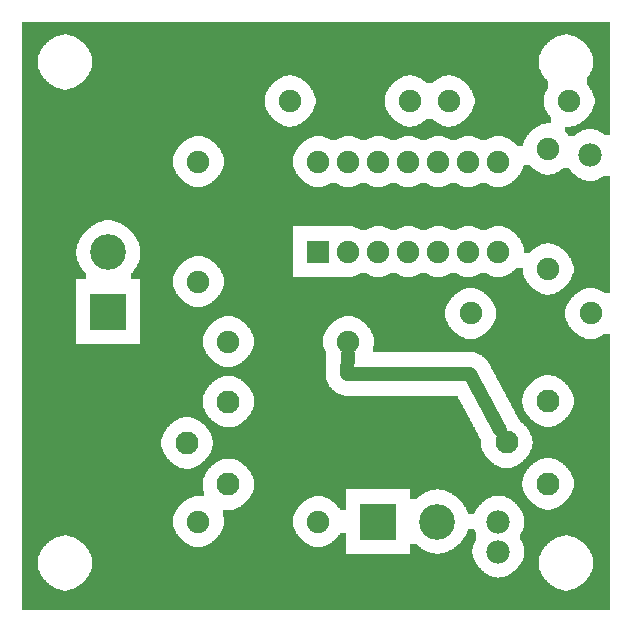
<source format=gtl>
G04 MADE WITH FRITZING*
G04 WWW.FRITZING.ORG*
G04 DOUBLE SIDED*
G04 HOLES PLATED*
G04 CONTOUR ON CENTER OF CONTOUR VECTOR*
%ASAXBY*%
%FSLAX23Y23*%
%MOIN*%
%OFA0B0*%
%SFA1.0B1.0*%
%ADD10C,0.075000*%
%ADD11C,0.076772*%
%ADD12C,0.118740*%
%ADD13C,0.078000*%
%ADD14R,0.075000X0.075000*%
%ADD15R,0.118740X0.118740*%
%ADD16C,0.048000*%
%LNCOPPER1*%
G90*
G70*
G54D10*
X350Y1885D03*
X1035Y1235D03*
X1035Y1535D03*
X1135Y1235D03*
X1135Y1535D03*
X1235Y1235D03*
X1235Y1535D03*
X1335Y1235D03*
X1335Y1535D03*
X1435Y1235D03*
X1435Y1535D03*
X1535Y1235D03*
X1535Y1535D03*
X1635Y1235D03*
X1635Y1535D03*
G54D11*
X735Y460D03*
X735Y735D03*
X598Y597D03*
X1801Y461D03*
X1801Y737D03*
X1663Y599D03*
G54D10*
X1471Y1737D03*
X1871Y1737D03*
X1035Y335D03*
X635Y335D03*
X1801Y1177D03*
X1801Y1577D03*
X1543Y1029D03*
X1943Y1029D03*
X635Y1135D03*
X635Y1535D03*
X941Y1737D03*
X1341Y1737D03*
X735Y935D03*
X1135Y935D03*
G54D12*
X1235Y335D03*
X1432Y335D03*
X335Y1035D03*
X335Y1232D03*
G54D13*
X1941Y1557D03*
X1635Y335D03*
X1635Y235D03*
G54D14*
X1035Y1235D03*
G54D15*
X1235Y335D03*
X335Y1035D03*
G54D16*
X1132Y828D02*
X1134Y895D01*
D02*
X1541Y828D02*
X1132Y828D01*
D02*
X1640Y641D02*
X1541Y828D01*
G36*
X48Y1999D02*
X48Y1959D01*
X1866Y1959D01*
X1866Y1957D01*
X1878Y1957D01*
X1878Y1955D01*
X1884Y1955D01*
X1884Y1953D01*
X1890Y1953D01*
X1890Y1951D01*
X1894Y1951D01*
X1894Y1949D01*
X1898Y1949D01*
X1898Y1947D01*
X1900Y1947D01*
X1900Y1945D01*
X1904Y1945D01*
X1904Y1943D01*
X1908Y1943D01*
X1908Y1941D01*
X1910Y1941D01*
X1910Y1939D01*
X1912Y1939D01*
X1912Y1937D01*
X1916Y1937D01*
X1916Y1935D01*
X1918Y1935D01*
X1918Y1933D01*
X1920Y1933D01*
X1920Y1931D01*
X1922Y1931D01*
X1922Y1929D01*
X1924Y1929D01*
X1924Y1927D01*
X1926Y1927D01*
X1926Y1925D01*
X1928Y1925D01*
X1928Y1923D01*
X1930Y1923D01*
X1930Y1919D01*
X1932Y1919D01*
X1932Y1917D01*
X1934Y1917D01*
X1934Y1915D01*
X1936Y1915D01*
X1936Y1911D01*
X1938Y1911D01*
X1938Y1909D01*
X1940Y1909D01*
X1940Y1905D01*
X1942Y1905D01*
X1942Y1901D01*
X1944Y1901D01*
X1944Y1897D01*
X1946Y1897D01*
X1946Y1893D01*
X1948Y1893D01*
X1948Y1887D01*
X1950Y1887D01*
X1950Y1877D01*
X1952Y1877D01*
X1952Y1855D01*
X1950Y1855D01*
X1950Y1847D01*
X1948Y1847D01*
X1948Y1841D01*
X1946Y1841D01*
X1946Y1837D01*
X1944Y1837D01*
X1944Y1833D01*
X1942Y1833D01*
X1942Y1829D01*
X1940Y1829D01*
X1940Y1825D01*
X1938Y1825D01*
X1938Y1823D01*
X1936Y1823D01*
X1936Y1819D01*
X1934Y1819D01*
X1934Y1817D01*
X1932Y1817D01*
X1932Y1815D01*
X1930Y1815D01*
X1930Y1791D01*
X1932Y1791D01*
X1932Y1789D01*
X1934Y1789D01*
X1934Y1787D01*
X1936Y1787D01*
X1936Y1785D01*
X1938Y1785D01*
X1938Y1781D01*
X1940Y1781D01*
X1940Y1779D01*
X1942Y1779D01*
X1942Y1775D01*
X1944Y1775D01*
X1944Y1773D01*
X1946Y1773D01*
X1946Y1769D01*
X1948Y1769D01*
X1948Y1765D01*
X1950Y1765D01*
X1950Y1761D01*
X1952Y1761D01*
X1952Y1755D01*
X1954Y1755D01*
X1954Y1747D01*
X1956Y1747D01*
X1956Y1727D01*
X1954Y1727D01*
X1954Y1719D01*
X1952Y1719D01*
X1952Y1713D01*
X1950Y1713D01*
X1950Y1709D01*
X1948Y1709D01*
X1948Y1705D01*
X1946Y1705D01*
X1946Y1701D01*
X1944Y1701D01*
X1944Y1697D01*
X1942Y1697D01*
X1942Y1695D01*
X1940Y1695D01*
X1940Y1693D01*
X1938Y1693D01*
X1938Y1689D01*
X1936Y1689D01*
X1936Y1687D01*
X1934Y1687D01*
X1934Y1685D01*
X1932Y1685D01*
X1932Y1683D01*
X1930Y1683D01*
X1930Y1681D01*
X1928Y1681D01*
X1928Y1679D01*
X1926Y1679D01*
X1926Y1677D01*
X1924Y1677D01*
X1924Y1675D01*
X1922Y1675D01*
X1922Y1673D01*
X1920Y1673D01*
X1920Y1671D01*
X1918Y1671D01*
X1918Y1669D01*
X1914Y1669D01*
X1914Y1667D01*
X1912Y1667D01*
X1912Y1665D01*
X1908Y1665D01*
X1908Y1663D01*
X1906Y1663D01*
X1906Y1661D01*
X1902Y1661D01*
X1902Y1659D01*
X1898Y1659D01*
X1898Y1657D01*
X1894Y1657D01*
X1894Y1655D01*
X1888Y1655D01*
X1888Y1653D01*
X1878Y1653D01*
X1878Y1651D01*
X1858Y1651D01*
X1858Y1643D01*
X1954Y1643D01*
X1954Y1641D01*
X1962Y1641D01*
X1962Y1639D01*
X1966Y1639D01*
X1966Y1637D01*
X1970Y1637D01*
X1970Y1635D01*
X1974Y1635D01*
X1974Y1633D01*
X1978Y1633D01*
X1978Y1631D01*
X1982Y1631D01*
X1982Y1629D01*
X1984Y1629D01*
X1984Y1627D01*
X1986Y1627D01*
X1986Y1625D01*
X2006Y1625D01*
X2006Y1999D01*
X48Y1999D01*
G37*
D02*
G36*
X48Y1959D02*
X48Y1775D01*
X184Y1775D01*
X184Y1777D01*
X174Y1777D01*
X174Y1779D01*
X166Y1779D01*
X166Y1781D01*
X162Y1781D01*
X162Y1783D01*
X158Y1783D01*
X158Y1785D01*
X154Y1785D01*
X154Y1787D01*
X150Y1787D01*
X150Y1789D01*
X146Y1789D01*
X146Y1791D01*
X144Y1791D01*
X144Y1793D01*
X142Y1793D01*
X142Y1795D01*
X138Y1795D01*
X138Y1797D01*
X136Y1797D01*
X136Y1799D01*
X134Y1799D01*
X134Y1801D01*
X132Y1801D01*
X132Y1803D01*
X130Y1803D01*
X130Y1805D01*
X128Y1805D01*
X128Y1807D01*
X126Y1807D01*
X126Y1809D01*
X124Y1809D01*
X124Y1811D01*
X122Y1811D01*
X122Y1813D01*
X120Y1813D01*
X120Y1815D01*
X118Y1815D01*
X118Y1819D01*
X116Y1819D01*
X116Y1821D01*
X114Y1821D01*
X114Y1825D01*
X112Y1825D01*
X112Y1827D01*
X110Y1827D01*
X110Y1831D01*
X108Y1831D01*
X108Y1835D01*
X106Y1835D01*
X106Y1839D01*
X104Y1839D01*
X104Y1845D01*
X102Y1845D01*
X102Y1853D01*
X100Y1853D01*
X100Y1881D01*
X102Y1881D01*
X102Y1889D01*
X104Y1889D01*
X104Y1893D01*
X106Y1893D01*
X106Y1899D01*
X108Y1899D01*
X108Y1903D01*
X110Y1903D01*
X110Y1907D01*
X112Y1907D01*
X112Y1909D01*
X114Y1909D01*
X114Y1913D01*
X116Y1913D01*
X116Y1915D01*
X118Y1915D01*
X118Y1919D01*
X120Y1919D01*
X120Y1921D01*
X122Y1921D01*
X122Y1923D01*
X124Y1923D01*
X124Y1925D01*
X126Y1925D01*
X126Y1927D01*
X128Y1927D01*
X128Y1929D01*
X130Y1929D01*
X130Y1931D01*
X132Y1931D01*
X132Y1933D01*
X134Y1933D01*
X134Y1935D01*
X136Y1935D01*
X136Y1937D01*
X138Y1937D01*
X138Y1939D01*
X142Y1939D01*
X142Y1941D01*
X144Y1941D01*
X144Y1943D01*
X148Y1943D01*
X148Y1945D01*
X150Y1945D01*
X150Y1947D01*
X154Y1947D01*
X154Y1949D01*
X158Y1949D01*
X158Y1951D01*
X162Y1951D01*
X162Y1953D01*
X168Y1953D01*
X168Y1955D01*
X174Y1955D01*
X174Y1957D01*
X186Y1957D01*
X186Y1959D01*
X48Y1959D01*
G37*
D02*
G36*
X196Y1959D02*
X196Y1957D01*
X208Y1957D01*
X208Y1955D01*
X214Y1955D01*
X214Y1953D01*
X220Y1953D01*
X220Y1951D01*
X224Y1951D01*
X224Y1949D01*
X228Y1949D01*
X228Y1947D01*
X230Y1947D01*
X230Y1945D01*
X234Y1945D01*
X234Y1943D01*
X238Y1943D01*
X238Y1941D01*
X240Y1941D01*
X240Y1939D01*
X242Y1939D01*
X242Y1937D01*
X244Y1937D01*
X244Y1935D01*
X248Y1935D01*
X248Y1933D01*
X250Y1933D01*
X250Y1931D01*
X252Y1931D01*
X252Y1929D01*
X254Y1929D01*
X254Y1927D01*
X256Y1927D01*
X256Y1925D01*
X258Y1925D01*
X258Y1923D01*
X260Y1923D01*
X260Y1919D01*
X262Y1919D01*
X262Y1917D01*
X264Y1917D01*
X264Y1915D01*
X266Y1915D01*
X266Y1911D01*
X268Y1911D01*
X268Y1909D01*
X270Y1909D01*
X270Y1905D01*
X272Y1905D01*
X272Y1901D01*
X274Y1901D01*
X274Y1897D01*
X276Y1897D01*
X276Y1893D01*
X278Y1893D01*
X278Y1887D01*
X280Y1887D01*
X280Y1877D01*
X282Y1877D01*
X282Y1857D01*
X280Y1857D01*
X280Y1847D01*
X278Y1847D01*
X278Y1841D01*
X276Y1841D01*
X276Y1837D01*
X274Y1837D01*
X274Y1833D01*
X272Y1833D01*
X272Y1829D01*
X270Y1829D01*
X270Y1825D01*
X268Y1825D01*
X268Y1823D01*
X1476Y1823D01*
X1476Y1821D01*
X1486Y1821D01*
X1486Y1819D01*
X1492Y1819D01*
X1492Y1817D01*
X1498Y1817D01*
X1498Y1815D01*
X1502Y1815D01*
X1502Y1813D01*
X1506Y1813D01*
X1506Y1811D01*
X1508Y1811D01*
X1508Y1809D01*
X1512Y1809D01*
X1512Y1807D01*
X1514Y1807D01*
X1514Y1805D01*
X1516Y1805D01*
X1516Y1803D01*
X1520Y1803D01*
X1520Y1801D01*
X1522Y1801D01*
X1522Y1799D01*
X1524Y1799D01*
X1524Y1797D01*
X1526Y1797D01*
X1526Y1795D01*
X1528Y1795D01*
X1528Y1793D01*
X1530Y1793D01*
X1530Y1791D01*
X1532Y1791D01*
X1532Y1789D01*
X1534Y1789D01*
X1534Y1787D01*
X1536Y1787D01*
X1536Y1785D01*
X1538Y1785D01*
X1538Y1781D01*
X1540Y1781D01*
X1540Y1779D01*
X1542Y1779D01*
X1542Y1775D01*
X1544Y1775D01*
X1544Y1773D01*
X1546Y1773D01*
X1546Y1769D01*
X1548Y1769D01*
X1548Y1765D01*
X1550Y1765D01*
X1550Y1761D01*
X1552Y1761D01*
X1552Y1755D01*
X1554Y1755D01*
X1554Y1747D01*
X1556Y1747D01*
X1556Y1727D01*
X1554Y1727D01*
X1554Y1719D01*
X1552Y1719D01*
X1552Y1713D01*
X1550Y1713D01*
X1550Y1709D01*
X1548Y1709D01*
X1548Y1705D01*
X1546Y1705D01*
X1546Y1701D01*
X1544Y1701D01*
X1544Y1697D01*
X1542Y1697D01*
X1542Y1695D01*
X1540Y1695D01*
X1540Y1693D01*
X1538Y1693D01*
X1538Y1689D01*
X1536Y1689D01*
X1536Y1687D01*
X1534Y1687D01*
X1534Y1685D01*
X1532Y1685D01*
X1532Y1683D01*
X1530Y1683D01*
X1530Y1681D01*
X1528Y1681D01*
X1528Y1679D01*
X1526Y1679D01*
X1526Y1677D01*
X1524Y1677D01*
X1524Y1675D01*
X1522Y1675D01*
X1522Y1673D01*
X1520Y1673D01*
X1520Y1671D01*
X1518Y1671D01*
X1518Y1669D01*
X1514Y1669D01*
X1514Y1667D01*
X1512Y1667D01*
X1512Y1665D01*
X1508Y1665D01*
X1508Y1663D01*
X1506Y1663D01*
X1506Y1661D01*
X1502Y1661D01*
X1502Y1659D01*
X1498Y1659D01*
X1498Y1657D01*
X1494Y1657D01*
X1494Y1655D01*
X1488Y1655D01*
X1488Y1653D01*
X1478Y1653D01*
X1478Y1651D01*
X1766Y1651D01*
X1766Y1653D01*
X1770Y1653D01*
X1770Y1655D01*
X1774Y1655D01*
X1774Y1657D01*
X1778Y1657D01*
X1778Y1659D01*
X1784Y1659D01*
X1784Y1661D01*
X1794Y1661D01*
X1794Y1663D01*
X1812Y1663D01*
X1812Y1681D01*
X1810Y1681D01*
X1810Y1683D01*
X1808Y1683D01*
X1808Y1687D01*
X1806Y1687D01*
X1806Y1689D01*
X1804Y1689D01*
X1804Y1691D01*
X1802Y1691D01*
X1802Y1693D01*
X1800Y1693D01*
X1800Y1697D01*
X1798Y1697D01*
X1798Y1699D01*
X1796Y1699D01*
X1796Y1703D01*
X1794Y1703D01*
X1794Y1707D01*
X1792Y1707D01*
X1792Y1711D01*
X1790Y1711D01*
X1790Y1717D01*
X1788Y1717D01*
X1788Y1723D01*
X1786Y1723D01*
X1786Y1751D01*
X1788Y1751D01*
X1788Y1757D01*
X1790Y1757D01*
X1790Y1763D01*
X1792Y1763D01*
X1792Y1767D01*
X1794Y1767D01*
X1794Y1771D01*
X1796Y1771D01*
X1796Y1775D01*
X1798Y1775D01*
X1798Y1777D01*
X1800Y1777D01*
X1800Y1781D01*
X1802Y1781D01*
X1802Y1803D01*
X1800Y1803D01*
X1800Y1805D01*
X1798Y1805D01*
X1798Y1807D01*
X1796Y1807D01*
X1796Y1809D01*
X1794Y1809D01*
X1794Y1811D01*
X1792Y1811D01*
X1792Y1813D01*
X1790Y1813D01*
X1790Y1815D01*
X1788Y1815D01*
X1788Y1819D01*
X1786Y1819D01*
X1786Y1821D01*
X1784Y1821D01*
X1784Y1825D01*
X1782Y1825D01*
X1782Y1827D01*
X1780Y1827D01*
X1780Y1831D01*
X1778Y1831D01*
X1778Y1835D01*
X1776Y1835D01*
X1776Y1839D01*
X1774Y1839D01*
X1774Y1845D01*
X1772Y1845D01*
X1772Y1853D01*
X1770Y1853D01*
X1770Y1881D01*
X1772Y1881D01*
X1772Y1889D01*
X1774Y1889D01*
X1774Y1893D01*
X1776Y1893D01*
X1776Y1899D01*
X1778Y1899D01*
X1778Y1903D01*
X1780Y1903D01*
X1780Y1907D01*
X1782Y1907D01*
X1782Y1909D01*
X1784Y1909D01*
X1784Y1913D01*
X1786Y1913D01*
X1786Y1915D01*
X1788Y1915D01*
X1788Y1919D01*
X1790Y1919D01*
X1790Y1921D01*
X1792Y1921D01*
X1792Y1923D01*
X1794Y1923D01*
X1794Y1925D01*
X1796Y1925D01*
X1796Y1927D01*
X1798Y1927D01*
X1798Y1929D01*
X1800Y1929D01*
X1800Y1931D01*
X1802Y1931D01*
X1802Y1933D01*
X1804Y1933D01*
X1804Y1935D01*
X1806Y1935D01*
X1806Y1937D01*
X1808Y1937D01*
X1808Y1939D01*
X1812Y1939D01*
X1812Y1941D01*
X1814Y1941D01*
X1814Y1943D01*
X1818Y1943D01*
X1818Y1945D01*
X1820Y1945D01*
X1820Y1947D01*
X1824Y1947D01*
X1824Y1949D01*
X1828Y1949D01*
X1828Y1951D01*
X1832Y1951D01*
X1832Y1953D01*
X1838Y1953D01*
X1838Y1955D01*
X1844Y1955D01*
X1844Y1957D01*
X1856Y1957D01*
X1856Y1959D01*
X196Y1959D01*
G37*
D02*
G36*
X266Y1823D02*
X266Y1819D01*
X264Y1819D01*
X264Y1817D01*
X262Y1817D01*
X262Y1815D01*
X260Y1815D01*
X260Y1811D01*
X258Y1811D01*
X258Y1809D01*
X256Y1809D01*
X256Y1807D01*
X254Y1807D01*
X254Y1805D01*
X252Y1805D01*
X252Y1803D01*
X250Y1803D01*
X250Y1801D01*
X248Y1801D01*
X248Y1799D01*
X246Y1799D01*
X246Y1797D01*
X242Y1797D01*
X242Y1795D01*
X240Y1795D01*
X240Y1793D01*
X238Y1793D01*
X238Y1791D01*
X234Y1791D01*
X234Y1789D01*
X232Y1789D01*
X232Y1787D01*
X228Y1787D01*
X228Y1785D01*
X224Y1785D01*
X224Y1783D01*
X220Y1783D01*
X220Y1781D01*
X214Y1781D01*
X214Y1779D01*
X208Y1779D01*
X208Y1777D01*
X198Y1777D01*
X198Y1775D01*
X868Y1775D01*
X868Y1777D01*
X870Y1777D01*
X870Y1781D01*
X872Y1781D01*
X872Y1783D01*
X874Y1783D01*
X874Y1785D01*
X876Y1785D01*
X876Y1787D01*
X878Y1787D01*
X878Y1789D01*
X880Y1789D01*
X880Y1793D01*
X882Y1793D01*
X882Y1795D01*
X884Y1795D01*
X884Y1797D01*
X886Y1797D01*
X886Y1799D01*
X890Y1799D01*
X890Y1801D01*
X892Y1801D01*
X892Y1803D01*
X894Y1803D01*
X894Y1805D01*
X896Y1805D01*
X896Y1807D01*
X900Y1807D01*
X900Y1809D01*
X902Y1809D01*
X902Y1811D01*
X906Y1811D01*
X906Y1813D01*
X910Y1813D01*
X910Y1815D01*
X914Y1815D01*
X914Y1817D01*
X918Y1817D01*
X918Y1819D01*
X924Y1819D01*
X924Y1821D01*
X934Y1821D01*
X934Y1823D01*
X266Y1823D01*
G37*
D02*
G36*
X946Y1823D02*
X946Y1821D01*
X956Y1821D01*
X956Y1819D01*
X962Y1819D01*
X962Y1817D01*
X968Y1817D01*
X968Y1815D01*
X972Y1815D01*
X972Y1813D01*
X976Y1813D01*
X976Y1811D01*
X978Y1811D01*
X978Y1809D01*
X982Y1809D01*
X982Y1807D01*
X984Y1807D01*
X984Y1805D01*
X986Y1805D01*
X986Y1803D01*
X990Y1803D01*
X990Y1801D01*
X992Y1801D01*
X992Y1799D01*
X994Y1799D01*
X994Y1797D01*
X996Y1797D01*
X996Y1795D01*
X998Y1795D01*
X998Y1793D01*
X1000Y1793D01*
X1000Y1791D01*
X1002Y1791D01*
X1002Y1789D01*
X1004Y1789D01*
X1004Y1787D01*
X1006Y1787D01*
X1006Y1785D01*
X1008Y1785D01*
X1008Y1781D01*
X1010Y1781D01*
X1010Y1779D01*
X1012Y1779D01*
X1012Y1775D01*
X1014Y1775D01*
X1014Y1773D01*
X1016Y1773D01*
X1016Y1769D01*
X1018Y1769D01*
X1018Y1765D01*
X1020Y1765D01*
X1020Y1761D01*
X1022Y1761D01*
X1022Y1755D01*
X1024Y1755D01*
X1024Y1747D01*
X1026Y1747D01*
X1026Y1727D01*
X1024Y1727D01*
X1024Y1719D01*
X1022Y1719D01*
X1022Y1713D01*
X1020Y1713D01*
X1020Y1709D01*
X1018Y1709D01*
X1018Y1705D01*
X1016Y1705D01*
X1016Y1701D01*
X1014Y1701D01*
X1014Y1697D01*
X1012Y1697D01*
X1012Y1695D01*
X1010Y1695D01*
X1010Y1693D01*
X1008Y1693D01*
X1008Y1689D01*
X1006Y1689D01*
X1006Y1687D01*
X1004Y1687D01*
X1004Y1685D01*
X1002Y1685D01*
X1002Y1683D01*
X1000Y1683D01*
X1000Y1681D01*
X998Y1681D01*
X998Y1679D01*
X996Y1679D01*
X996Y1677D01*
X994Y1677D01*
X994Y1675D01*
X992Y1675D01*
X992Y1673D01*
X990Y1673D01*
X990Y1671D01*
X988Y1671D01*
X988Y1669D01*
X984Y1669D01*
X984Y1667D01*
X982Y1667D01*
X982Y1665D01*
X978Y1665D01*
X978Y1663D01*
X976Y1663D01*
X976Y1661D01*
X972Y1661D01*
X972Y1659D01*
X968Y1659D01*
X968Y1657D01*
X964Y1657D01*
X964Y1655D01*
X958Y1655D01*
X958Y1653D01*
X948Y1653D01*
X948Y1651D01*
X1332Y1651D01*
X1332Y1653D01*
X1324Y1653D01*
X1324Y1655D01*
X1318Y1655D01*
X1318Y1657D01*
X1314Y1657D01*
X1314Y1659D01*
X1310Y1659D01*
X1310Y1661D01*
X1306Y1661D01*
X1306Y1663D01*
X1302Y1663D01*
X1302Y1665D01*
X1300Y1665D01*
X1300Y1667D01*
X1296Y1667D01*
X1296Y1669D01*
X1294Y1669D01*
X1294Y1671D01*
X1292Y1671D01*
X1292Y1673D01*
X1288Y1673D01*
X1288Y1675D01*
X1286Y1675D01*
X1286Y1677D01*
X1284Y1677D01*
X1284Y1679D01*
X1282Y1679D01*
X1282Y1681D01*
X1280Y1681D01*
X1280Y1683D01*
X1278Y1683D01*
X1278Y1687D01*
X1276Y1687D01*
X1276Y1689D01*
X1274Y1689D01*
X1274Y1691D01*
X1272Y1691D01*
X1272Y1693D01*
X1270Y1693D01*
X1270Y1697D01*
X1268Y1697D01*
X1268Y1699D01*
X1266Y1699D01*
X1266Y1703D01*
X1264Y1703D01*
X1264Y1707D01*
X1262Y1707D01*
X1262Y1711D01*
X1260Y1711D01*
X1260Y1717D01*
X1258Y1717D01*
X1258Y1723D01*
X1256Y1723D01*
X1256Y1751D01*
X1258Y1751D01*
X1258Y1757D01*
X1260Y1757D01*
X1260Y1763D01*
X1262Y1763D01*
X1262Y1767D01*
X1264Y1767D01*
X1264Y1771D01*
X1266Y1771D01*
X1266Y1775D01*
X1268Y1775D01*
X1268Y1777D01*
X1270Y1777D01*
X1270Y1781D01*
X1272Y1781D01*
X1272Y1783D01*
X1274Y1783D01*
X1274Y1785D01*
X1276Y1785D01*
X1276Y1787D01*
X1278Y1787D01*
X1278Y1789D01*
X1280Y1789D01*
X1280Y1793D01*
X1282Y1793D01*
X1282Y1795D01*
X1284Y1795D01*
X1284Y1797D01*
X1286Y1797D01*
X1286Y1799D01*
X1290Y1799D01*
X1290Y1801D01*
X1292Y1801D01*
X1292Y1803D01*
X1294Y1803D01*
X1294Y1805D01*
X1296Y1805D01*
X1296Y1807D01*
X1300Y1807D01*
X1300Y1809D01*
X1302Y1809D01*
X1302Y1811D01*
X1306Y1811D01*
X1306Y1813D01*
X1310Y1813D01*
X1310Y1815D01*
X1314Y1815D01*
X1314Y1817D01*
X1318Y1817D01*
X1318Y1819D01*
X1324Y1819D01*
X1324Y1821D01*
X1334Y1821D01*
X1334Y1823D01*
X946Y1823D01*
G37*
D02*
G36*
X1346Y1823D02*
X1346Y1821D01*
X1356Y1821D01*
X1356Y1819D01*
X1362Y1819D01*
X1362Y1817D01*
X1368Y1817D01*
X1368Y1815D01*
X1372Y1815D01*
X1372Y1813D01*
X1376Y1813D01*
X1376Y1811D01*
X1378Y1811D01*
X1378Y1809D01*
X1382Y1809D01*
X1382Y1807D01*
X1384Y1807D01*
X1384Y1805D01*
X1386Y1805D01*
X1386Y1803D01*
X1390Y1803D01*
X1390Y1801D01*
X1392Y1801D01*
X1392Y1799D01*
X1394Y1799D01*
X1394Y1797D01*
X1416Y1797D01*
X1416Y1799D01*
X1420Y1799D01*
X1420Y1801D01*
X1422Y1801D01*
X1422Y1803D01*
X1424Y1803D01*
X1424Y1805D01*
X1426Y1805D01*
X1426Y1807D01*
X1430Y1807D01*
X1430Y1809D01*
X1432Y1809D01*
X1432Y1811D01*
X1436Y1811D01*
X1436Y1813D01*
X1440Y1813D01*
X1440Y1815D01*
X1444Y1815D01*
X1444Y1817D01*
X1448Y1817D01*
X1448Y1819D01*
X1454Y1819D01*
X1454Y1821D01*
X1464Y1821D01*
X1464Y1823D01*
X1346Y1823D01*
G37*
D02*
G36*
X48Y1775D02*
X48Y1773D01*
X866Y1773D01*
X866Y1775D01*
X48Y1775D01*
G37*
D02*
G36*
X48Y1775D02*
X48Y1773D01*
X866Y1773D01*
X866Y1775D01*
X48Y1775D01*
G37*
D02*
G36*
X48Y1773D02*
X48Y1651D01*
X932Y1651D01*
X932Y1653D01*
X924Y1653D01*
X924Y1655D01*
X918Y1655D01*
X918Y1657D01*
X914Y1657D01*
X914Y1659D01*
X910Y1659D01*
X910Y1661D01*
X906Y1661D01*
X906Y1663D01*
X902Y1663D01*
X902Y1665D01*
X900Y1665D01*
X900Y1667D01*
X896Y1667D01*
X896Y1669D01*
X894Y1669D01*
X894Y1671D01*
X892Y1671D01*
X892Y1673D01*
X888Y1673D01*
X888Y1675D01*
X886Y1675D01*
X886Y1677D01*
X884Y1677D01*
X884Y1679D01*
X882Y1679D01*
X882Y1681D01*
X880Y1681D01*
X880Y1683D01*
X878Y1683D01*
X878Y1687D01*
X876Y1687D01*
X876Y1689D01*
X874Y1689D01*
X874Y1691D01*
X872Y1691D01*
X872Y1693D01*
X870Y1693D01*
X870Y1697D01*
X868Y1697D01*
X868Y1699D01*
X866Y1699D01*
X866Y1703D01*
X864Y1703D01*
X864Y1707D01*
X862Y1707D01*
X862Y1711D01*
X860Y1711D01*
X860Y1717D01*
X858Y1717D01*
X858Y1723D01*
X856Y1723D01*
X856Y1751D01*
X858Y1751D01*
X858Y1757D01*
X860Y1757D01*
X860Y1763D01*
X862Y1763D01*
X862Y1767D01*
X864Y1767D01*
X864Y1771D01*
X866Y1771D01*
X866Y1773D01*
X48Y1773D01*
G37*
D02*
G36*
X1394Y1677D02*
X1394Y1675D01*
X1392Y1675D01*
X1392Y1673D01*
X1390Y1673D01*
X1390Y1671D01*
X1388Y1671D01*
X1388Y1669D01*
X1384Y1669D01*
X1384Y1667D01*
X1382Y1667D01*
X1382Y1665D01*
X1378Y1665D01*
X1378Y1663D01*
X1376Y1663D01*
X1376Y1661D01*
X1372Y1661D01*
X1372Y1659D01*
X1368Y1659D01*
X1368Y1657D01*
X1364Y1657D01*
X1364Y1655D01*
X1358Y1655D01*
X1358Y1653D01*
X1348Y1653D01*
X1348Y1651D01*
X1462Y1651D01*
X1462Y1653D01*
X1454Y1653D01*
X1454Y1655D01*
X1448Y1655D01*
X1448Y1657D01*
X1444Y1657D01*
X1444Y1659D01*
X1440Y1659D01*
X1440Y1661D01*
X1436Y1661D01*
X1436Y1663D01*
X1432Y1663D01*
X1432Y1665D01*
X1430Y1665D01*
X1430Y1667D01*
X1426Y1667D01*
X1426Y1669D01*
X1424Y1669D01*
X1424Y1671D01*
X1422Y1671D01*
X1422Y1673D01*
X1418Y1673D01*
X1418Y1675D01*
X1416Y1675D01*
X1416Y1677D01*
X1394Y1677D01*
G37*
D02*
G36*
X48Y1651D02*
X48Y1649D01*
X1762Y1649D01*
X1762Y1651D01*
X48Y1651D01*
G37*
D02*
G36*
X48Y1651D02*
X48Y1649D01*
X1762Y1649D01*
X1762Y1651D01*
X48Y1651D01*
G37*
D02*
G36*
X48Y1651D02*
X48Y1649D01*
X1762Y1649D01*
X1762Y1651D01*
X48Y1651D01*
G37*
D02*
G36*
X48Y1651D02*
X48Y1649D01*
X1762Y1649D01*
X1762Y1651D01*
X48Y1651D01*
G37*
D02*
G36*
X48Y1649D02*
X48Y1621D01*
X1642Y1621D01*
X1642Y1619D01*
X1652Y1619D01*
X1652Y1617D01*
X1658Y1617D01*
X1658Y1615D01*
X1662Y1615D01*
X1662Y1613D01*
X1666Y1613D01*
X1666Y1611D01*
X1670Y1611D01*
X1670Y1609D01*
X1674Y1609D01*
X1674Y1607D01*
X1676Y1607D01*
X1676Y1605D01*
X1680Y1605D01*
X1680Y1603D01*
X1682Y1603D01*
X1682Y1601D01*
X1684Y1601D01*
X1684Y1599D01*
X1686Y1599D01*
X1686Y1597D01*
X1690Y1597D01*
X1690Y1595D01*
X1692Y1595D01*
X1692Y1593D01*
X1694Y1593D01*
X1694Y1591D01*
X1696Y1591D01*
X1696Y1587D01*
X1716Y1587D01*
X1716Y1591D01*
X1718Y1591D01*
X1718Y1597D01*
X1720Y1597D01*
X1720Y1603D01*
X1722Y1603D01*
X1722Y1607D01*
X1724Y1607D01*
X1724Y1611D01*
X1726Y1611D01*
X1726Y1613D01*
X1728Y1613D01*
X1728Y1617D01*
X1730Y1617D01*
X1730Y1619D01*
X1732Y1619D01*
X1732Y1623D01*
X1734Y1623D01*
X1734Y1625D01*
X1736Y1625D01*
X1736Y1627D01*
X1738Y1627D01*
X1738Y1629D01*
X1740Y1629D01*
X1740Y1633D01*
X1742Y1633D01*
X1742Y1635D01*
X1744Y1635D01*
X1744Y1637D01*
X1748Y1637D01*
X1748Y1639D01*
X1750Y1639D01*
X1750Y1641D01*
X1752Y1641D01*
X1752Y1643D01*
X1754Y1643D01*
X1754Y1645D01*
X1756Y1645D01*
X1756Y1647D01*
X1760Y1647D01*
X1760Y1649D01*
X48Y1649D01*
G37*
D02*
G36*
X1858Y1643D02*
X1858Y1633D01*
X1860Y1633D01*
X1860Y1631D01*
X1862Y1631D01*
X1862Y1629D01*
X1864Y1629D01*
X1864Y1627D01*
X1866Y1627D01*
X1866Y1625D01*
X1868Y1625D01*
X1868Y1621D01*
X1890Y1621D01*
X1890Y1623D01*
X1892Y1623D01*
X1892Y1625D01*
X1894Y1625D01*
X1894Y1627D01*
X1898Y1627D01*
X1898Y1629D01*
X1900Y1629D01*
X1900Y1631D01*
X1904Y1631D01*
X1904Y1633D01*
X1906Y1633D01*
X1906Y1635D01*
X1910Y1635D01*
X1910Y1637D01*
X1914Y1637D01*
X1914Y1639D01*
X1920Y1639D01*
X1920Y1641D01*
X1926Y1641D01*
X1926Y1643D01*
X1858Y1643D01*
G37*
D02*
G36*
X48Y1621D02*
X48Y1449D01*
X628Y1449D01*
X628Y1451D01*
X618Y1451D01*
X618Y1453D01*
X612Y1453D01*
X612Y1455D01*
X608Y1455D01*
X608Y1457D01*
X604Y1457D01*
X604Y1459D01*
X600Y1459D01*
X600Y1461D01*
X598Y1461D01*
X598Y1463D01*
X594Y1463D01*
X594Y1465D01*
X592Y1465D01*
X592Y1467D01*
X588Y1467D01*
X588Y1469D01*
X586Y1469D01*
X586Y1471D01*
X584Y1471D01*
X584Y1473D01*
X582Y1473D01*
X582Y1475D01*
X580Y1475D01*
X580Y1477D01*
X578Y1477D01*
X578Y1479D01*
X576Y1479D01*
X576Y1481D01*
X574Y1481D01*
X574Y1483D01*
X572Y1483D01*
X572Y1485D01*
X570Y1485D01*
X570Y1487D01*
X568Y1487D01*
X568Y1491D01*
X566Y1491D01*
X566Y1493D01*
X564Y1493D01*
X564Y1495D01*
X562Y1495D01*
X562Y1499D01*
X560Y1499D01*
X560Y1503D01*
X558Y1503D01*
X558Y1507D01*
X556Y1507D01*
X556Y1511D01*
X554Y1511D01*
X554Y1517D01*
X552Y1517D01*
X552Y1525D01*
X550Y1525D01*
X550Y1545D01*
X552Y1545D01*
X552Y1553D01*
X554Y1553D01*
X554Y1559D01*
X556Y1559D01*
X556Y1563D01*
X558Y1563D01*
X558Y1567D01*
X560Y1567D01*
X560Y1571D01*
X562Y1571D01*
X562Y1573D01*
X564Y1573D01*
X564Y1577D01*
X566Y1577D01*
X566Y1579D01*
X568Y1579D01*
X568Y1583D01*
X570Y1583D01*
X570Y1585D01*
X572Y1585D01*
X572Y1587D01*
X574Y1587D01*
X574Y1589D01*
X576Y1589D01*
X576Y1591D01*
X578Y1591D01*
X578Y1593D01*
X580Y1593D01*
X580Y1595D01*
X582Y1595D01*
X582Y1597D01*
X584Y1597D01*
X584Y1599D01*
X586Y1599D01*
X586Y1601D01*
X588Y1601D01*
X588Y1603D01*
X592Y1603D01*
X592Y1605D01*
X594Y1605D01*
X594Y1607D01*
X598Y1607D01*
X598Y1609D01*
X600Y1609D01*
X600Y1611D01*
X604Y1611D01*
X604Y1613D01*
X608Y1613D01*
X608Y1615D01*
X614Y1615D01*
X614Y1617D01*
X620Y1617D01*
X620Y1619D01*
X630Y1619D01*
X630Y1621D01*
X48Y1621D01*
G37*
D02*
G36*
X642Y1621D02*
X642Y1619D01*
X652Y1619D01*
X652Y1617D01*
X658Y1617D01*
X658Y1615D01*
X662Y1615D01*
X662Y1613D01*
X666Y1613D01*
X666Y1611D01*
X670Y1611D01*
X670Y1609D01*
X674Y1609D01*
X674Y1607D01*
X676Y1607D01*
X676Y1605D01*
X680Y1605D01*
X680Y1603D01*
X682Y1603D01*
X682Y1601D01*
X684Y1601D01*
X684Y1599D01*
X686Y1599D01*
X686Y1597D01*
X690Y1597D01*
X690Y1595D01*
X692Y1595D01*
X692Y1593D01*
X694Y1593D01*
X694Y1591D01*
X696Y1591D01*
X696Y1587D01*
X698Y1587D01*
X698Y1585D01*
X700Y1585D01*
X700Y1583D01*
X702Y1583D01*
X702Y1581D01*
X704Y1581D01*
X704Y1579D01*
X706Y1579D01*
X706Y1575D01*
X708Y1575D01*
X708Y1573D01*
X710Y1573D01*
X710Y1569D01*
X712Y1569D01*
X712Y1565D01*
X714Y1565D01*
X714Y1561D01*
X716Y1561D01*
X716Y1555D01*
X718Y1555D01*
X718Y1549D01*
X720Y1549D01*
X720Y1521D01*
X718Y1521D01*
X718Y1515D01*
X716Y1515D01*
X716Y1509D01*
X714Y1509D01*
X714Y1505D01*
X712Y1505D01*
X712Y1501D01*
X710Y1501D01*
X710Y1497D01*
X708Y1497D01*
X708Y1495D01*
X706Y1495D01*
X706Y1491D01*
X704Y1491D01*
X704Y1489D01*
X702Y1489D01*
X702Y1487D01*
X700Y1487D01*
X700Y1485D01*
X698Y1485D01*
X698Y1481D01*
X696Y1481D01*
X696Y1479D01*
X694Y1479D01*
X694Y1477D01*
X692Y1477D01*
X692Y1475D01*
X690Y1475D01*
X690Y1473D01*
X688Y1473D01*
X688Y1471D01*
X684Y1471D01*
X684Y1469D01*
X682Y1469D01*
X682Y1467D01*
X680Y1467D01*
X680Y1465D01*
X676Y1465D01*
X676Y1463D01*
X674Y1463D01*
X674Y1461D01*
X670Y1461D01*
X670Y1459D01*
X666Y1459D01*
X666Y1457D01*
X662Y1457D01*
X662Y1455D01*
X658Y1455D01*
X658Y1453D01*
X652Y1453D01*
X652Y1451D01*
X644Y1451D01*
X644Y1449D01*
X1028Y1449D01*
X1028Y1451D01*
X1018Y1451D01*
X1018Y1453D01*
X1012Y1453D01*
X1012Y1455D01*
X1008Y1455D01*
X1008Y1457D01*
X1004Y1457D01*
X1004Y1459D01*
X1000Y1459D01*
X1000Y1461D01*
X998Y1461D01*
X998Y1463D01*
X994Y1463D01*
X994Y1465D01*
X992Y1465D01*
X992Y1467D01*
X988Y1467D01*
X988Y1469D01*
X986Y1469D01*
X986Y1471D01*
X984Y1471D01*
X984Y1473D01*
X982Y1473D01*
X982Y1475D01*
X980Y1475D01*
X980Y1477D01*
X978Y1477D01*
X978Y1479D01*
X976Y1479D01*
X976Y1481D01*
X974Y1481D01*
X974Y1483D01*
X972Y1483D01*
X972Y1485D01*
X970Y1485D01*
X970Y1487D01*
X968Y1487D01*
X968Y1491D01*
X966Y1491D01*
X966Y1493D01*
X964Y1493D01*
X964Y1495D01*
X962Y1495D01*
X962Y1499D01*
X960Y1499D01*
X960Y1503D01*
X958Y1503D01*
X958Y1507D01*
X956Y1507D01*
X956Y1511D01*
X954Y1511D01*
X954Y1517D01*
X952Y1517D01*
X952Y1525D01*
X950Y1525D01*
X950Y1545D01*
X952Y1545D01*
X952Y1553D01*
X954Y1553D01*
X954Y1559D01*
X956Y1559D01*
X956Y1563D01*
X958Y1563D01*
X958Y1567D01*
X960Y1567D01*
X960Y1571D01*
X962Y1571D01*
X962Y1573D01*
X964Y1573D01*
X964Y1577D01*
X966Y1577D01*
X966Y1579D01*
X968Y1579D01*
X968Y1583D01*
X970Y1583D01*
X970Y1585D01*
X972Y1585D01*
X972Y1587D01*
X974Y1587D01*
X974Y1589D01*
X976Y1589D01*
X976Y1591D01*
X978Y1591D01*
X978Y1593D01*
X980Y1593D01*
X980Y1595D01*
X982Y1595D01*
X982Y1597D01*
X984Y1597D01*
X984Y1599D01*
X986Y1599D01*
X986Y1601D01*
X988Y1601D01*
X988Y1603D01*
X992Y1603D01*
X992Y1605D01*
X994Y1605D01*
X994Y1607D01*
X998Y1607D01*
X998Y1609D01*
X1000Y1609D01*
X1000Y1611D01*
X1004Y1611D01*
X1004Y1613D01*
X1008Y1613D01*
X1008Y1615D01*
X1014Y1615D01*
X1014Y1617D01*
X1020Y1617D01*
X1020Y1619D01*
X1030Y1619D01*
X1030Y1621D01*
X642Y1621D01*
G37*
D02*
G36*
X1042Y1621D02*
X1042Y1619D01*
X1052Y1619D01*
X1052Y1617D01*
X1058Y1617D01*
X1058Y1615D01*
X1062Y1615D01*
X1062Y1613D01*
X1066Y1613D01*
X1066Y1611D01*
X1070Y1611D01*
X1070Y1609D01*
X1074Y1609D01*
X1074Y1607D01*
X1098Y1607D01*
X1098Y1609D01*
X1100Y1609D01*
X1100Y1611D01*
X1104Y1611D01*
X1104Y1613D01*
X1108Y1613D01*
X1108Y1615D01*
X1114Y1615D01*
X1114Y1617D01*
X1120Y1617D01*
X1120Y1619D01*
X1130Y1619D01*
X1130Y1621D01*
X1042Y1621D01*
G37*
D02*
G36*
X1142Y1621D02*
X1142Y1619D01*
X1152Y1619D01*
X1152Y1617D01*
X1158Y1617D01*
X1158Y1615D01*
X1162Y1615D01*
X1162Y1613D01*
X1166Y1613D01*
X1166Y1611D01*
X1170Y1611D01*
X1170Y1609D01*
X1174Y1609D01*
X1174Y1607D01*
X1198Y1607D01*
X1198Y1609D01*
X1200Y1609D01*
X1200Y1611D01*
X1204Y1611D01*
X1204Y1613D01*
X1208Y1613D01*
X1208Y1615D01*
X1214Y1615D01*
X1214Y1617D01*
X1220Y1617D01*
X1220Y1619D01*
X1230Y1619D01*
X1230Y1621D01*
X1142Y1621D01*
G37*
D02*
G36*
X1242Y1621D02*
X1242Y1619D01*
X1252Y1619D01*
X1252Y1617D01*
X1258Y1617D01*
X1258Y1615D01*
X1262Y1615D01*
X1262Y1613D01*
X1266Y1613D01*
X1266Y1611D01*
X1270Y1611D01*
X1270Y1609D01*
X1274Y1609D01*
X1274Y1607D01*
X1298Y1607D01*
X1298Y1609D01*
X1300Y1609D01*
X1300Y1611D01*
X1304Y1611D01*
X1304Y1613D01*
X1308Y1613D01*
X1308Y1615D01*
X1314Y1615D01*
X1314Y1617D01*
X1320Y1617D01*
X1320Y1619D01*
X1330Y1619D01*
X1330Y1621D01*
X1242Y1621D01*
G37*
D02*
G36*
X1342Y1621D02*
X1342Y1619D01*
X1352Y1619D01*
X1352Y1617D01*
X1358Y1617D01*
X1358Y1615D01*
X1362Y1615D01*
X1362Y1613D01*
X1366Y1613D01*
X1366Y1611D01*
X1370Y1611D01*
X1370Y1609D01*
X1374Y1609D01*
X1374Y1607D01*
X1398Y1607D01*
X1398Y1609D01*
X1400Y1609D01*
X1400Y1611D01*
X1404Y1611D01*
X1404Y1613D01*
X1408Y1613D01*
X1408Y1615D01*
X1414Y1615D01*
X1414Y1617D01*
X1420Y1617D01*
X1420Y1619D01*
X1430Y1619D01*
X1430Y1621D01*
X1342Y1621D01*
G37*
D02*
G36*
X1442Y1621D02*
X1442Y1619D01*
X1452Y1619D01*
X1452Y1617D01*
X1458Y1617D01*
X1458Y1615D01*
X1462Y1615D01*
X1462Y1613D01*
X1466Y1613D01*
X1466Y1611D01*
X1470Y1611D01*
X1470Y1609D01*
X1474Y1609D01*
X1474Y1607D01*
X1498Y1607D01*
X1498Y1609D01*
X1500Y1609D01*
X1500Y1611D01*
X1504Y1611D01*
X1504Y1613D01*
X1508Y1613D01*
X1508Y1615D01*
X1514Y1615D01*
X1514Y1617D01*
X1520Y1617D01*
X1520Y1619D01*
X1530Y1619D01*
X1530Y1621D01*
X1442Y1621D01*
G37*
D02*
G36*
X1542Y1621D02*
X1542Y1619D01*
X1552Y1619D01*
X1552Y1617D01*
X1558Y1617D01*
X1558Y1615D01*
X1562Y1615D01*
X1562Y1613D01*
X1566Y1613D01*
X1566Y1611D01*
X1570Y1611D01*
X1570Y1609D01*
X1574Y1609D01*
X1574Y1607D01*
X1598Y1607D01*
X1598Y1609D01*
X1600Y1609D01*
X1600Y1611D01*
X1604Y1611D01*
X1604Y1613D01*
X1608Y1613D01*
X1608Y1615D01*
X1614Y1615D01*
X1614Y1617D01*
X1620Y1617D01*
X1620Y1619D01*
X1630Y1619D01*
X1630Y1621D01*
X1542Y1621D01*
G37*
D02*
G36*
X1720Y1523D02*
X1720Y1521D01*
X1718Y1521D01*
X1718Y1515D01*
X1716Y1515D01*
X1716Y1509D01*
X1714Y1509D01*
X1714Y1505D01*
X1712Y1505D01*
X1712Y1501D01*
X1710Y1501D01*
X1710Y1497D01*
X1708Y1497D01*
X1708Y1495D01*
X1706Y1495D01*
X1706Y1491D01*
X1792Y1491D01*
X1792Y1493D01*
X1784Y1493D01*
X1784Y1495D01*
X1778Y1495D01*
X1778Y1497D01*
X1774Y1497D01*
X1774Y1499D01*
X1770Y1499D01*
X1770Y1501D01*
X1766Y1501D01*
X1766Y1503D01*
X1762Y1503D01*
X1762Y1505D01*
X1760Y1505D01*
X1760Y1507D01*
X1756Y1507D01*
X1756Y1509D01*
X1754Y1509D01*
X1754Y1511D01*
X1752Y1511D01*
X1752Y1513D01*
X1750Y1513D01*
X1750Y1515D01*
X1746Y1515D01*
X1746Y1517D01*
X1744Y1517D01*
X1744Y1519D01*
X1742Y1519D01*
X1742Y1521D01*
X1740Y1521D01*
X1740Y1523D01*
X1720Y1523D01*
G37*
D02*
G36*
X1850Y1513D02*
X1850Y1511D01*
X1848Y1511D01*
X1848Y1509D01*
X1844Y1509D01*
X1844Y1507D01*
X1842Y1507D01*
X1842Y1505D01*
X1838Y1505D01*
X1838Y1503D01*
X1836Y1503D01*
X1836Y1501D01*
X1832Y1501D01*
X1832Y1499D01*
X1828Y1499D01*
X1828Y1497D01*
X1824Y1497D01*
X1824Y1495D01*
X1818Y1495D01*
X1818Y1493D01*
X1808Y1493D01*
X1808Y1491D01*
X1890Y1491D01*
X1890Y1493D01*
X1886Y1493D01*
X1886Y1495D01*
X1884Y1495D01*
X1884Y1497D01*
X1882Y1497D01*
X1882Y1499D01*
X1880Y1499D01*
X1880Y1501D01*
X1878Y1501D01*
X1878Y1503D01*
X1876Y1503D01*
X1876Y1507D01*
X1874Y1507D01*
X1874Y1509D01*
X1872Y1509D01*
X1872Y1511D01*
X1870Y1511D01*
X1870Y1513D01*
X1850Y1513D01*
G37*
D02*
G36*
X1704Y1491D02*
X1704Y1489D01*
X1892Y1489D01*
X1892Y1491D01*
X1704Y1491D01*
G37*
D02*
G36*
X1704Y1491D02*
X1704Y1489D01*
X1892Y1489D01*
X1892Y1491D01*
X1704Y1491D01*
G37*
D02*
G36*
X1702Y1489D02*
X1702Y1487D01*
X1700Y1487D01*
X1700Y1485D01*
X1698Y1485D01*
X1698Y1481D01*
X1696Y1481D01*
X1696Y1479D01*
X1694Y1479D01*
X1694Y1477D01*
X1692Y1477D01*
X1692Y1475D01*
X1690Y1475D01*
X1690Y1473D01*
X1688Y1473D01*
X1688Y1471D01*
X1684Y1471D01*
X1684Y1469D01*
X1936Y1469D01*
X1936Y1471D01*
X1926Y1471D01*
X1926Y1473D01*
X1920Y1473D01*
X1920Y1475D01*
X1914Y1475D01*
X1914Y1477D01*
X1910Y1477D01*
X1910Y1479D01*
X1906Y1479D01*
X1906Y1481D01*
X1902Y1481D01*
X1902Y1483D01*
X1900Y1483D01*
X1900Y1485D01*
X1896Y1485D01*
X1896Y1487D01*
X1894Y1487D01*
X1894Y1489D01*
X1702Y1489D01*
G37*
D02*
G36*
X1984Y1487D02*
X1984Y1485D01*
X1982Y1485D01*
X1982Y1483D01*
X1978Y1483D01*
X1978Y1481D01*
X1976Y1481D01*
X1976Y1479D01*
X1972Y1479D01*
X1972Y1477D01*
X1968Y1477D01*
X1968Y1475D01*
X1962Y1475D01*
X1962Y1473D01*
X1956Y1473D01*
X1956Y1471D01*
X1944Y1471D01*
X1944Y1469D01*
X2006Y1469D01*
X2006Y1487D01*
X1984Y1487D01*
G37*
D02*
G36*
X1682Y1469D02*
X1682Y1467D01*
X2006Y1467D01*
X2006Y1469D01*
X1682Y1469D01*
G37*
D02*
G36*
X1682Y1469D02*
X1682Y1467D01*
X2006Y1467D01*
X2006Y1469D01*
X1682Y1469D01*
G37*
D02*
G36*
X1680Y1467D02*
X1680Y1465D01*
X1676Y1465D01*
X1676Y1463D01*
X1674Y1463D01*
X1674Y1461D01*
X1670Y1461D01*
X1670Y1459D01*
X1666Y1459D01*
X1666Y1457D01*
X1662Y1457D01*
X1662Y1455D01*
X1658Y1455D01*
X1658Y1453D01*
X1652Y1453D01*
X1652Y1451D01*
X1644Y1451D01*
X1644Y1449D01*
X2006Y1449D01*
X2006Y1467D01*
X1680Y1467D01*
G37*
D02*
G36*
X1074Y1463D02*
X1074Y1461D01*
X1070Y1461D01*
X1070Y1459D01*
X1066Y1459D01*
X1066Y1457D01*
X1062Y1457D01*
X1062Y1455D01*
X1058Y1455D01*
X1058Y1453D01*
X1052Y1453D01*
X1052Y1451D01*
X1044Y1451D01*
X1044Y1449D01*
X1128Y1449D01*
X1128Y1451D01*
X1118Y1451D01*
X1118Y1453D01*
X1112Y1453D01*
X1112Y1455D01*
X1108Y1455D01*
X1108Y1457D01*
X1104Y1457D01*
X1104Y1459D01*
X1100Y1459D01*
X1100Y1461D01*
X1098Y1461D01*
X1098Y1463D01*
X1074Y1463D01*
G37*
D02*
G36*
X1174Y1463D02*
X1174Y1461D01*
X1170Y1461D01*
X1170Y1459D01*
X1166Y1459D01*
X1166Y1457D01*
X1162Y1457D01*
X1162Y1455D01*
X1158Y1455D01*
X1158Y1453D01*
X1152Y1453D01*
X1152Y1451D01*
X1144Y1451D01*
X1144Y1449D01*
X1228Y1449D01*
X1228Y1451D01*
X1218Y1451D01*
X1218Y1453D01*
X1212Y1453D01*
X1212Y1455D01*
X1208Y1455D01*
X1208Y1457D01*
X1204Y1457D01*
X1204Y1459D01*
X1200Y1459D01*
X1200Y1461D01*
X1198Y1461D01*
X1198Y1463D01*
X1174Y1463D01*
G37*
D02*
G36*
X1274Y1463D02*
X1274Y1461D01*
X1270Y1461D01*
X1270Y1459D01*
X1266Y1459D01*
X1266Y1457D01*
X1262Y1457D01*
X1262Y1455D01*
X1258Y1455D01*
X1258Y1453D01*
X1252Y1453D01*
X1252Y1451D01*
X1244Y1451D01*
X1244Y1449D01*
X1328Y1449D01*
X1328Y1451D01*
X1318Y1451D01*
X1318Y1453D01*
X1312Y1453D01*
X1312Y1455D01*
X1308Y1455D01*
X1308Y1457D01*
X1304Y1457D01*
X1304Y1459D01*
X1300Y1459D01*
X1300Y1461D01*
X1298Y1461D01*
X1298Y1463D01*
X1274Y1463D01*
G37*
D02*
G36*
X1374Y1463D02*
X1374Y1461D01*
X1370Y1461D01*
X1370Y1459D01*
X1366Y1459D01*
X1366Y1457D01*
X1362Y1457D01*
X1362Y1455D01*
X1358Y1455D01*
X1358Y1453D01*
X1352Y1453D01*
X1352Y1451D01*
X1344Y1451D01*
X1344Y1449D01*
X1428Y1449D01*
X1428Y1451D01*
X1418Y1451D01*
X1418Y1453D01*
X1412Y1453D01*
X1412Y1455D01*
X1408Y1455D01*
X1408Y1457D01*
X1404Y1457D01*
X1404Y1459D01*
X1400Y1459D01*
X1400Y1461D01*
X1398Y1461D01*
X1398Y1463D01*
X1374Y1463D01*
G37*
D02*
G36*
X1474Y1463D02*
X1474Y1461D01*
X1470Y1461D01*
X1470Y1459D01*
X1466Y1459D01*
X1466Y1457D01*
X1462Y1457D01*
X1462Y1455D01*
X1458Y1455D01*
X1458Y1453D01*
X1452Y1453D01*
X1452Y1451D01*
X1444Y1451D01*
X1444Y1449D01*
X1528Y1449D01*
X1528Y1451D01*
X1518Y1451D01*
X1518Y1453D01*
X1512Y1453D01*
X1512Y1455D01*
X1508Y1455D01*
X1508Y1457D01*
X1504Y1457D01*
X1504Y1459D01*
X1500Y1459D01*
X1500Y1461D01*
X1498Y1461D01*
X1498Y1463D01*
X1474Y1463D01*
G37*
D02*
G36*
X1574Y1463D02*
X1574Y1461D01*
X1570Y1461D01*
X1570Y1459D01*
X1566Y1459D01*
X1566Y1457D01*
X1562Y1457D01*
X1562Y1455D01*
X1558Y1455D01*
X1558Y1453D01*
X1552Y1453D01*
X1552Y1451D01*
X1544Y1451D01*
X1544Y1449D01*
X1628Y1449D01*
X1628Y1451D01*
X1618Y1451D01*
X1618Y1453D01*
X1612Y1453D01*
X1612Y1455D01*
X1608Y1455D01*
X1608Y1457D01*
X1604Y1457D01*
X1604Y1459D01*
X1600Y1459D01*
X1600Y1461D01*
X1598Y1461D01*
X1598Y1463D01*
X1574Y1463D01*
G37*
D02*
G36*
X48Y1449D02*
X48Y1447D01*
X2006Y1447D01*
X2006Y1449D01*
X48Y1449D01*
G37*
D02*
G36*
X48Y1449D02*
X48Y1447D01*
X2006Y1447D01*
X2006Y1449D01*
X48Y1449D01*
G37*
D02*
G36*
X48Y1449D02*
X48Y1447D01*
X2006Y1447D01*
X2006Y1449D01*
X48Y1449D01*
G37*
D02*
G36*
X48Y1449D02*
X48Y1447D01*
X2006Y1447D01*
X2006Y1449D01*
X48Y1449D01*
G37*
D02*
G36*
X48Y1449D02*
X48Y1447D01*
X2006Y1447D01*
X2006Y1449D01*
X48Y1449D01*
G37*
D02*
G36*
X48Y1449D02*
X48Y1447D01*
X2006Y1447D01*
X2006Y1449D01*
X48Y1449D01*
G37*
D02*
G36*
X48Y1449D02*
X48Y1447D01*
X2006Y1447D01*
X2006Y1449D01*
X48Y1449D01*
G37*
D02*
G36*
X48Y1449D02*
X48Y1447D01*
X2006Y1447D01*
X2006Y1449D01*
X48Y1449D01*
G37*
D02*
G36*
X48Y1449D02*
X48Y1447D01*
X2006Y1447D01*
X2006Y1449D01*
X48Y1449D01*
G37*
D02*
G36*
X48Y1447D02*
X48Y1339D01*
X348Y1339D01*
X348Y1337D01*
X356Y1337D01*
X356Y1335D01*
X364Y1335D01*
X364Y1333D01*
X368Y1333D01*
X368Y1331D01*
X372Y1331D01*
X372Y1329D01*
X376Y1329D01*
X376Y1327D01*
X380Y1327D01*
X380Y1325D01*
X384Y1325D01*
X384Y1323D01*
X388Y1323D01*
X388Y1321D01*
X1642Y1321D01*
X1642Y1319D01*
X1652Y1319D01*
X1652Y1317D01*
X1658Y1317D01*
X1658Y1315D01*
X1662Y1315D01*
X1662Y1313D01*
X1666Y1313D01*
X1666Y1311D01*
X1670Y1311D01*
X1670Y1309D01*
X1674Y1309D01*
X1674Y1307D01*
X1676Y1307D01*
X1676Y1305D01*
X1680Y1305D01*
X1680Y1303D01*
X1682Y1303D01*
X1682Y1301D01*
X1684Y1301D01*
X1684Y1299D01*
X1686Y1299D01*
X1686Y1297D01*
X1690Y1297D01*
X1690Y1295D01*
X1692Y1295D01*
X1692Y1293D01*
X1694Y1293D01*
X1694Y1291D01*
X1696Y1291D01*
X1696Y1287D01*
X1698Y1287D01*
X1698Y1285D01*
X1700Y1285D01*
X1700Y1283D01*
X1702Y1283D01*
X1702Y1281D01*
X1704Y1281D01*
X1704Y1279D01*
X1706Y1279D01*
X1706Y1275D01*
X1708Y1275D01*
X1708Y1273D01*
X1710Y1273D01*
X1710Y1269D01*
X1712Y1269D01*
X1712Y1265D01*
X1714Y1265D01*
X1714Y1263D01*
X1806Y1263D01*
X1806Y1261D01*
X1816Y1261D01*
X1816Y1259D01*
X1822Y1259D01*
X1822Y1257D01*
X1828Y1257D01*
X1828Y1255D01*
X1832Y1255D01*
X1832Y1253D01*
X1836Y1253D01*
X1836Y1251D01*
X1838Y1251D01*
X1838Y1249D01*
X1842Y1249D01*
X1842Y1247D01*
X1844Y1247D01*
X1844Y1245D01*
X1848Y1245D01*
X1848Y1243D01*
X1850Y1243D01*
X1850Y1241D01*
X1852Y1241D01*
X1852Y1239D01*
X1854Y1239D01*
X1854Y1237D01*
X1856Y1237D01*
X1856Y1235D01*
X1858Y1235D01*
X1858Y1233D01*
X1860Y1233D01*
X1860Y1231D01*
X1862Y1231D01*
X1862Y1229D01*
X1864Y1229D01*
X1864Y1227D01*
X1866Y1227D01*
X1866Y1225D01*
X1868Y1225D01*
X1868Y1221D01*
X1870Y1221D01*
X1870Y1219D01*
X1872Y1219D01*
X1872Y1215D01*
X1874Y1215D01*
X1874Y1213D01*
X1876Y1213D01*
X1876Y1209D01*
X1878Y1209D01*
X1878Y1205D01*
X1880Y1205D01*
X1880Y1201D01*
X1882Y1201D01*
X1882Y1195D01*
X1884Y1195D01*
X1884Y1187D01*
X1886Y1187D01*
X1886Y1165D01*
X1884Y1165D01*
X1884Y1159D01*
X1882Y1159D01*
X1882Y1153D01*
X1880Y1153D01*
X1880Y1149D01*
X1878Y1149D01*
X1878Y1145D01*
X1876Y1145D01*
X1876Y1141D01*
X1874Y1141D01*
X1874Y1137D01*
X1872Y1137D01*
X1872Y1135D01*
X1870Y1135D01*
X1870Y1131D01*
X1868Y1131D01*
X1868Y1129D01*
X1866Y1129D01*
X1866Y1127D01*
X1864Y1127D01*
X1864Y1125D01*
X1862Y1125D01*
X1862Y1123D01*
X1860Y1123D01*
X1860Y1121D01*
X1858Y1121D01*
X1858Y1119D01*
X1856Y1119D01*
X1856Y1117D01*
X1854Y1117D01*
X1854Y1115D01*
X1944Y1115D01*
X1944Y1113D01*
X1958Y1113D01*
X1958Y1111D01*
X1964Y1111D01*
X1964Y1109D01*
X1968Y1109D01*
X1968Y1107D01*
X1974Y1107D01*
X1974Y1105D01*
X1976Y1105D01*
X1976Y1103D01*
X1980Y1103D01*
X1980Y1101D01*
X1984Y1101D01*
X1984Y1099D01*
X1986Y1099D01*
X1986Y1097D01*
X2006Y1097D01*
X2006Y1447D01*
X48Y1447D01*
G37*
D02*
G36*
X48Y1339D02*
X48Y927D01*
X228Y927D01*
X228Y1143D01*
X260Y1143D01*
X260Y1163D01*
X258Y1163D01*
X258Y1165D01*
X256Y1165D01*
X256Y1167D01*
X254Y1167D01*
X254Y1169D01*
X252Y1169D01*
X252Y1171D01*
X250Y1171D01*
X250Y1175D01*
X248Y1175D01*
X248Y1177D01*
X246Y1177D01*
X246Y1181D01*
X244Y1181D01*
X244Y1183D01*
X242Y1183D01*
X242Y1187D01*
X240Y1187D01*
X240Y1191D01*
X238Y1191D01*
X238Y1195D01*
X236Y1195D01*
X236Y1199D01*
X234Y1199D01*
X234Y1205D01*
X232Y1205D01*
X232Y1211D01*
X230Y1211D01*
X230Y1219D01*
X228Y1219D01*
X228Y1243D01*
X230Y1243D01*
X230Y1253D01*
X232Y1253D01*
X232Y1259D01*
X234Y1259D01*
X234Y1265D01*
X236Y1265D01*
X236Y1269D01*
X238Y1269D01*
X238Y1273D01*
X240Y1273D01*
X240Y1277D01*
X242Y1277D01*
X242Y1281D01*
X244Y1281D01*
X244Y1283D01*
X246Y1283D01*
X246Y1287D01*
X248Y1287D01*
X248Y1289D01*
X250Y1289D01*
X250Y1291D01*
X252Y1291D01*
X252Y1295D01*
X254Y1295D01*
X254Y1297D01*
X256Y1297D01*
X256Y1299D01*
X258Y1299D01*
X258Y1301D01*
X260Y1301D01*
X260Y1303D01*
X262Y1303D01*
X262Y1305D01*
X264Y1305D01*
X264Y1307D01*
X266Y1307D01*
X266Y1309D01*
X268Y1309D01*
X268Y1311D01*
X270Y1311D01*
X270Y1313D01*
X272Y1313D01*
X272Y1315D01*
X276Y1315D01*
X276Y1317D01*
X278Y1317D01*
X278Y1319D01*
X280Y1319D01*
X280Y1321D01*
X284Y1321D01*
X284Y1323D01*
X286Y1323D01*
X286Y1325D01*
X290Y1325D01*
X290Y1327D01*
X294Y1327D01*
X294Y1329D01*
X298Y1329D01*
X298Y1331D01*
X302Y1331D01*
X302Y1333D01*
X308Y1333D01*
X308Y1335D01*
X314Y1335D01*
X314Y1337D01*
X322Y1337D01*
X322Y1339D01*
X48Y1339D01*
G37*
D02*
G36*
X390Y1321D02*
X390Y1319D01*
X392Y1319D01*
X392Y1317D01*
X396Y1317D01*
X396Y1315D01*
X398Y1315D01*
X398Y1313D01*
X400Y1313D01*
X400Y1311D01*
X402Y1311D01*
X402Y1309D01*
X404Y1309D01*
X404Y1307D01*
X406Y1307D01*
X406Y1305D01*
X408Y1305D01*
X408Y1303D01*
X410Y1303D01*
X410Y1301D01*
X412Y1301D01*
X412Y1299D01*
X414Y1299D01*
X414Y1297D01*
X416Y1297D01*
X416Y1295D01*
X418Y1295D01*
X418Y1293D01*
X420Y1293D01*
X420Y1289D01*
X422Y1289D01*
X422Y1287D01*
X424Y1287D01*
X424Y1285D01*
X426Y1285D01*
X426Y1281D01*
X428Y1281D01*
X428Y1277D01*
X430Y1277D01*
X430Y1275D01*
X432Y1275D01*
X432Y1271D01*
X434Y1271D01*
X434Y1267D01*
X436Y1267D01*
X436Y1261D01*
X438Y1261D01*
X438Y1255D01*
X440Y1255D01*
X440Y1247D01*
X442Y1247D01*
X442Y1221D01*
X642Y1221D01*
X642Y1219D01*
X652Y1219D01*
X652Y1217D01*
X658Y1217D01*
X658Y1215D01*
X662Y1215D01*
X662Y1213D01*
X666Y1213D01*
X666Y1211D01*
X670Y1211D01*
X670Y1209D01*
X674Y1209D01*
X674Y1207D01*
X676Y1207D01*
X676Y1205D01*
X680Y1205D01*
X680Y1203D01*
X682Y1203D01*
X682Y1201D01*
X684Y1201D01*
X684Y1199D01*
X686Y1199D01*
X686Y1197D01*
X690Y1197D01*
X690Y1195D01*
X692Y1195D01*
X692Y1193D01*
X694Y1193D01*
X694Y1191D01*
X696Y1191D01*
X696Y1187D01*
X698Y1187D01*
X698Y1185D01*
X700Y1185D01*
X700Y1183D01*
X702Y1183D01*
X702Y1181D01*
X704Y1181D01*
X704Y1179D01*
X706Y1179D01*
X706Y1175D01*
X708Y1175D01*
X708Y1173D01*
X710Y1173D01*
X710Y1169D01*
X712Y1169D01*
X712Y1165D01*
X714Y1165D01*
X714Y1161D01*
X716Y1161D01*
X716Y1155D01*
X718Y1155D01*
X718Y1149D01*
X950Y1149D01*
X950Y1321D01*
X390Y1321D01*
G37*
D02*
G36*
X1142Y1321D02*
X1142Y1319D01*
X1152Y1319D01*
X1152Y1317D01*
X1158Y1317D01*
X1158Y1315D01*
X1162Y1315D01*
X1162Y1313D01*
X1166Y1313D01*
X1166Y1311D01*
X1170Y1311D01*
X1170Y1309D01*
X1174Y1309D01*
X1174Y1307D01*
X1198Y1307D01*
X1198Y1309D01*
X1200Y1309D01*
X1200Y1311D01*
X1204Y1311D01*
X1204Y1313D01*
X1208Y1313D01*
X1208Y1315D01*
X1214Y1315D01*
X1214Y1317D01*
X1220Y1317D01*
X1220Y1319D01*
X1230Y1319D01*
X1230Y1321D01*
X1142Y1321D01*
G37*
D02*
G36*
X1242Y1321D02*
X1242Y1319D01*
X1252Y1319D01*
X1252Y1317D01*
X1258Y1317D01*
X1258Y1315D01*
X1262Y1315D01*
X1262Y1313D01*
X1266Y1313D01*
X1266Y1311D01*
X1270Y1311D01*
X1270Y1309D01*
X1274Y1309D01*
X1274Y1307D01*
X1298Y1307D01*
X1298Y1309D01*
X1300Y1309D01*
X1300Y1311D01*
X1304Y1311D01*
X1304Y1313D01*
X1308Y1313D01*
X1308Y1315D01*
X1314Y1315D01*
X1314Y1317D01*
X1320Y1317D01*
X1320Y1319D01*
X1330Y1319D01*
X1330Y1321D01*
X1242Y1321D01*
G37*
D02*
G36*
X1342Y1321D02*
X1342Y1319D01*
X1352Y1319D01*
X1352Y1317D01*
X1358Y1317D01*
X1358Y1315D01*
X1362Y1315D01*
X1362Y1313D01*
X1366Y1313D01*
X1366Y1311D01*
X1370Y1311D01*
X1370Y1309D01*
X1374Y1309D01*
X1374Y1307D01*
X1398Y1307D01*
X1398Y1309D01*
X1400Y1309D01*
X1400Y1311D01*
X1404Y1311D01*
X1404Y1313D01*
X1408Y1313D01*
X1408Y1315D01*
X1414Y1315D01*
X1414Y1317D01*
X1420Y1317D01*
X1420Y1319D01*
X1430Y1319D01*
X1430Y1321D01*
X1342Y1321D01*
G37*
D02*
G36*
X1442Y1321D02*
X1442Y1319D01*
X1452Y1319D01*
X1452Y1317D01*
X1458Y1317D01*
X1458Y1315D01*
X1462Y1315D01*
X1462Y1313D01*
X1466Y1313D01*
X1466Y1311D01*
X1470Y1311D01*
X1470Y1309D01*
X1474Y1309D01*
X1474Y1307D01*
X1498Y1307D01*
X1498Y1309D01*
X1500Y1309D01*
X1500Y1311D01*
X1504Y1311D01*
X1504Y1313D01*
X1508Y1313D01*
X1508Y1315D01*
X1514Y1315D01*
X1514Y1317D01*
X1520Y1317D01*
X1520Y1319D01*
X1530Y1319D01*
X1530Y1321D01*
X1442Y1321D01*
G37*
D02*
G36*
X1542Y1321D02*
X1542Y1319D01*
X1552Y1319D01*
X1552Y1317D01*
X1558Y1317D01*
X1558Y1315D01*
X1562Y1315D01*
X1562Y1313D01*
X1566Y1313D01*
X1566Y1311D01*
X1570Y1311D01*
X1570Y1309D01*
X1574Y1309D01*
X1574Y1307D01*
X1598Y1307D01*
X1598Y1309D01*
X1600Y1309D01*
X1600Y1311D01*
X1604Y1311D01*
X1604Y1313D01*
X1608Y1313D01*
X1608Y1315D01*
X1614Y1315D01*
X1614Y1317D01*
X1620Y1317D01*
X1620Y1319D01*
X1630Y1319D01*
X1630Y1321D01*
X1542Y1321D01*
G37*
D02*
G36*
X1714Y1263D02*
X1714Y1261D01*
X1716Y1261D01*
X1716Y1255D01*
X1718Y1255D01*
X1718Y1249D01*
X1720Y1249D01*
X1720Y1229D01*
X1740Y1229D01*
X1740Y1233D01*
X1742Y1233D01*
X1742Y1235D01*
X1744Y1235D01*
X1744Y1237D01*
X1748Y1237D01*
X1748Y1239D01*
X1750Y1239D01*
X1750Y1241D01*
X1752Y1241D01*
X1752Y1243D01*
X1754Y1243D01*
X1754Y1245D01*
X1756Y1245D01*
X1756Y1247D01*
X1760Y1247D01*
X1760Y1249D01*
X1762Y1249D01*
X1762Y1251D01*
X1766Y1251D01*
X1766Y1253D01*
X1770Y1253D01*
X1770Y1255D01*
X1774Y1255D01*
X1774Y1257D01*
X1778Y1257D01*
X1778Y1259D01*
X1784Y1259D01*
X1784Y1261D01*
X1794Y1261D01*
X1794Y1263D01*
X1714Y1263D01*
G37*
D02*
G36*
X442Y1221D02*
X442Y1215D01*
X440Y1215D01*
X440Y1207D01*
X438Y1207D01*
X438Y1203D01*
X436Y1203D01*
X436Y1197D01*
X434Y1197D01*
X434Y1193D01*
X432Y1193D01*
X432Y1189D01*
X430Y1189D01*
X430Y1185D01*
X428Y1185D01*
X428Y1183D01*
X426Y1183D01*
X426Y1179D01*
X424Y1179D01*
X424Y1177D01*
X422Y1177D01*
X422Y1173D01*
X420Y1173D01*
X420Y1171D01*
X418Y1171D01*
X418Y1169D01*
X416Y1169D01*
X416Y1165D01*
X414Y1165D01*
X414Y1163D01*
X412Y1163D01*
X412Y1143D01*
X442Y1143D01*
X442Y1049D01*
X628Y1049D01*
X628Y1051D01*
X618Y1051D01*
X618Y1053D01*
X612Y1053D01*
X612Y1055D01*
X608Y1055D01*
X608Y1057D01*
X604Y1057D01*
X604Y1059D01*
X600Y1059D01*
X600Y1061D01*
X598Y1061D01*
X598Y1063D01*
X594Y1063D01*
X594Y1065D01*
X592Y1065D01*
X592Y1067D01*
X588Y1067D01*
X588Y1069D01*
X586Y1069D01*
X586Y1071D01*
X584Y1071D01*
X584Y1073D01*
X582Y1073D01*
X582Y1075D01*
X580Y1075D01*
X580Y1077D01*
X578Y1077D01*
X578Y1079D01*
X576Y1079D01*
X576Y1081D01*
X574Y1081D01*
X574Y1083D01*
X572Y1083D01*
X572Y1085D01*
X570Y1085D01*
X570Y1087D01*
X568Y1087D01*
X568Y1091D01*
X566Y1091D01*
X566Y1093D01*
X564Y1093D01*
X564Y1095D01*
X562Y1095D01*
X562Y1099D01*
X560Y1099D01*
X560Y1103D01*
X558Y1103D01*
X558Y1107D01*
X556Y1107D01*
X556Y1111D01*
X554Y1111D01*
X554Y1117D01*
X552Y1117D01*
X552Y1125D01*
X550Y1125D01*
X550Y1145D01*
X552Y1145D01*
X552Y1153D01*
X554Y1153D01*
X554Y1159D01*
X556Y1159D01*
X556Y1163D01*
X558Y1163D01*
X558Y1167D01*
X560Y1167D01*
X560Y1171D01*
X562Y1171D01*
X562Y1173D01*
X564Y1173D01*
X564Y1177D01*
X566Y1177D01*
X566Y1179D01*
X568Y1179D01*
X568Y1183D01*
X570Y1183D01*
X570Y1185D01*
X572Y1185D01*
X572Y1187D01*
X574Y1187D01*
X574Y1189D01*
X576Y1189D01*
X576Y1191D01*
X578Y1191D01*
X578Y1193D01*
X580Y1193D01*
X580Y1195D01*
X582Y1195D01*
X582Y1197D01*
X584Y1197D01*
X584Y1199D01*
X586Y1199D01*
X586Y1201D01*
X588Y1201D01*
X588Y1203D01*
X592Y1203D01*
X592Y1205D01*
X594Y1205D01*
X594Y1207D01*
X598Y1207D01*
X598Y1209D01*
X600Y1209D01*
X600Y1211D01*
X604Y1211D01*
X604Y1213D01*
X608Y1213D01*
X608Y1215D01*
X614Y1215D01*
X614Y1217D01*
X620Y1217D01*
X620Y1219D01*
X630Y1219D01*
X630Y1221D01*
X442Y1221D01*
G37*
D02*
G36*
X1696Y1181D02*
X1696Y1179D01*
X1694Y1179D01*
X1694Y1177D01*
X1692Y1177D01*
X1692Y1175D01*
X1690Y1175D01*
X1690Y1173D01*
X1688Y1173D01*
X1688Y1171D01*
X1684Y1171D01*
X1684Y1169D01*
X1682Y1169D01*
X1682Y1167D01*
X1680Y1167D01*
X1680Y1165D01*
X1676Y1165D01*
X1676Y1163D01*
X1674Y1163D01*
X1674Y1161D01*
X1670Y1161D01*
X1670Y1159D01*
X1666Y1159D01*
X1666Y1157D01*
X1662Y1157D01*
X1662Y1155D01*
X1658Y1155D01*
X1658Y1153D01*
X1652Y1153D01*
X1652Y1151D01*
X1644Y1151D01*
X1644Y1149D01*
X1722Y1149D01*
X1722Y1151D01*
X1720Y1151D01*
X1720Y1157D01*
X1718Y1157D01*
X1718Y1163D01*
X1716Y1163D01*
X1716Y1181D01*
X1696Y1181D01*
G37*
D02*
G36*
X1174Y1163D02*
X1174Y1161D01*
X1170Y1161D01*
X1170Y1159D01*
X1166Y1159D01*
X1166Y1157D01*
X1162Y1157D01*
X1162Y1155D01*
X1158Y1155D01*
X1158Y1153D01*
X1152Y1153D01*
X1152Y1151D01*
X1144Y1151D01*
X1144Y1149D01*
X1228Y1149D01*
X1228Y1151D01*
X1218Y1151D01*
X1218Y1153D01*
X1212Y1153D01*
X1212Y1155D01*
X1208Y1155D01*
X1208Y1157D01*
X1204Y1157D01*
X1204Y1159D01*
X1200Y1159D01*
X1200Y1161D01*
X1198Y1161D01*
X1198Y1163D01*
X1174Y1163D01*
G37*
D02*
G36*
X1274Y1163D02*
X1274Y1161D01*
X1270Y1161D01*
X1270Y1159D01*
X1266Y1159D01*
X1266Y1157D01*
X1262Y1157D01*
X1262Y1155D01*
X1258Y1155D01*
X1258Y1153D01*
X1252Y1153D01*
X1252Y1151D01*
X1244Y1151D01*
X1244Y1149D01*
X1328Y1149D01*
X1328Y1151D01*
X1318Y1151D01*
X1318Y1153D01*
X1312Y1153D01*
X1312Y1155D01*
X1308Y1155D01*
X1308Y1157D01*
X1304Y1157D01*
X1304Y1159D01*
X1300Y1159D01*
X1300Y1161D01*
X1298Y1161D01*
X1298Y1163D01*
X1274Y1163D01*
G37*
D02*
G36*
X1374Y1163D02*
X1374Y1161D01*
X1370Y1161D01*
X1370Y1159D01*
X1366Y1159D01*
X1366Y1157D01*
X1362Y1157D01*
X1362Y1155D01*
X1358Y1155D01*
X1358Y1153D01*
X1352Y1153D01*
X1352Y1151D01*
X1344Y1151D01*
X1344Y1149D01*
X1428Y1149D01*
X1428Y1151D01*
X1418Y1151D01*
X1418Y1153D01*
X1412Y1153D01*
X1412Y1155D01*
X1408Y1155D01*
X1408Y1157D01*
X1404Y1157D01*
X1404Y1159D01*
X1400Y1159D01*
X1400Y1161D01*
X1398Y1161D01*
X1398Y1163D01*
X1374Y1163D01*
G37*
D02*
G36*
X1474Y1163D02*
X1474Y1161D01*
X1470Y1161D01*
X1470Y1159D01*
X1466Y1159D01*
X1466Y1157D01*
X1462Y1157D01*
X1462Y1155D01*
X1458Y1155D01*
X1458Y1153D01*
X1452Y1153D01*
X1452Y1151D01*
X1444Y1151D01*
X1444Y1149D01*
X1528Y1149D01*
X1528Y1151D01*
X1518Y1151D01*
X1518Y1153D01*
X1512Y1153D01*
X1512Y1155D01*
X1508Y1155D01*
X1508Y1157D01*
X1504Y1157D01*
X1504Y1159D01*
X1500Y1159D01*
X1500Y1161D01*
X1498Y1161D01*
X1498Y1163D01*
X1474Y1163D01*
G37*
D02*
G36*
X1574Y1163D02*
X1574Y1161D01*
X1570Y1161D01*
X1570Y1159D01*
X1566Y1159D01*
X1566Y1157D01*
X1562Y1157D01*
X1562Y1155D01*
X1558Y1155D01*
X1558Y1153D01*
X1552Y1153D01*
X1552Y1151D01*
X1544Y1151D01*
X1544Y1149D01*
X1628Y1149D01*
X1628Y1151D01*
X1618Y1151D01*
X1618Y1153D01*
X1612Y1153D01*
X1612Y1155D01*
X1608Y1155D01*
X1608Y1157D01*
X1604Y1157D01*
X1604Y1159D01*
X1600Y1159D01*
X1600Y1161D01*
X1598Y1161D01*
X1598Y1163D01*
X1574Y1163D01*
G37*
D02*
G36*
X720Y1149D02*
X720Y1147D01*
X1722Y1147D01*
X1722Y1149D01*
X720Y1149D01*
G37*
D02*
G36*
X720Y1149D02*
X720Y1147D01*
X1722Y1147D01*
X1722Y1149D01*
X720Y1149D01*
G37*
D02*
G36*
X720Y1149D02*
X720Y1147D01*
X1722Y1147D01*
X1722Y1149D01*
X720Y1149D01*
G37*
D02*
G36*
X720Y1149D02*
X720Y1147D01*
X1722Y1147D01*
X1722Y1149D01*
X720Y1149D01*
G37*
D02*
G36*
X720Y1149D02*
X720Y1147D01*
X1722Y1147D01*
X1722Y1149D01*
X720Y1149D01*
G37*
D02*
G36*
X720Y1149D02*
X720Y1147D01*
X1722Y1147D01*
X1722Y1149D01*
X720Y1149D01*
G37*
D02*
G36*
X720Y1149D02*
X720Y1147D01*
X1722Y1147D01*
X1722Y1149D01*
X720Y1149D01*
G37*
D02*
G36*
X720Y1147D02*
X720Y1121D01*
X718Y1121D01*
X718Y1115D01*
X1544Y1115D01*
X1544Y1113D01*
X1558Y1113D01*
X1558Y1111D01*
X1564Y1111D01*
X1564Y1109D01*
X1568Y1109D01*
X1568Y1107D01*
X1574Y1107D01*
X1574Y1105D01*
X1576Y1105D01*
X1576Y1103D01*
X1580Y1103D01*
X1580Y1101D01*
X1584Y1101D01*
X1584Y1099D01*
X1586Y1099D01*
X1586Y1097D01*
X1588Y1097D01*
X1588Y1095D01*
X1592Y1095D01*
X1592Y1093D01*
X1594Y1093D01*
X1594Y1091D01*
X1792Y1091D01*
X1792Y1093D01*
X1784Y1093D01*
X1784Y1095D01*
X1778Y1095D01*
X1778Y1097D01*
X1774Y1097D01*
X1774Y1099D01*
X1770Y1099D01*
X1770Y1101D01*
X1766Y1101D01*
X1766Y1103D01*
X1762Y1103D01*
X1762Y1105D01*
X1760Y1105D01*
X1760Y1107D01*
X1756Y1107D01*
X1756Y1109D01*
X1754Y1109D01*
X1754Y1111D01*
X1752Y1111D01*
X1752Y1113D01*
X1750Y1113D01*
X1750Y1115D01*
X1746Y1115D01*
X1746Y1117D01*
X1744Y1117D01*
X1744Y1119D01*
X1742Y1119D01*
X1742Y1121D01*
X1740Y1121D01*
X1740Y1123D01*
X1738Y1123D01*
X1738Y1127D01*
X1736Y1127D01*
X1736Y1129D01*
X1734Y1129D01*
X1734Y1131D01*
X1732Y1131D01*
X1732Y1133D01*
X1730Y1133D01*
X1730Y1137D01*
X1728Y1137D01*
X1728Y1139D01*
X1726Y1139D01*
X1726Y1143D01*
X1724Y1143D01*
X1724Y1147D01*
X720Y1147D01*
G37*
D02*
G36*
X716Y1115D02*
X716Y1109D01*
X714Y1109D01*
X714Y1105D01*
X712Y1105D01*
X712Y1101D01*
X710Y1101D01*
X710Y1097D01*
X708Y1097D01*
X708Y1095D01*
X706Y1095D01*
X706Y1091D01*
X704Y1091D01*
X704Y1089D01*
X702Y1089D01*
X702Y1087D01*
X700Y1087D01*
X700Y1085D01*
X698Y1085D01*
X698Y1081D01*
X696Y1081D01*
X696Y1079D01*
X694Y1079D01*
X694Y1077D01*
X692Y1077D01*
X692Y1075D01*
X690Y1075D01*
X690Y1073D01*
X688Y1073D01*
X688Y1071D01*
X684Y1071D01*
X684Y1069D01*
X682Y1069D01*
X682Y1067D01*
X680Y1067D01*
X680Y1065D01*
X676Y1065D01*
X676Y1063D01*
X674Y1063D01*
X674Y1061D01*
X670Y1061D01*
X670Y1059D01*
X666Y1059D01*
X666Y1057D01*
X662Y1057D01*
X662Y1055D01*
X658Y1055D01*
X658Y1053D01*
X652Y1053D01*
X652Y1051D01*
X644Y1051D01*
X644Y1049D01*
X1462Y1049D01*
X1462Y1055D01*
X1464Y1055D01*
X1464Y1059D01*
X1466Y1059D01*
X1466Y1063D01*
X1468Y1063D01*
X1468Y1065D01*
X1470Y1065D01*
X1470Y1069D01*
X1472Y1069D01*
X1472Y1071D01*
X1474Y1071D01*
X1474Y1075D01*
X1476Y1075D01*
X1476Y1077D01*
X1478Y1077D01*
X1478Y1079D01*
X1480Y1079D01*
X1480Y1081D01*
X1482Y1081D01*
X1482Y1083D01*
X1484Y1083D01*
X1484Y1085D01*
X1486Y1085D01*
X1486Y1087D01*
X1488Y1087D01*
X1488Y1089D01*
X1490Y1089D01*
X1490Y1091D01*
X1492Y1091D01*
X1492Y1093D01*
X1494Y1093D01*
X1494Y1095D01*
X1496Y1095D01*
X1496Y1097D01*
X1500Y1097D01*
X1500Y1099D01*
X1502Y1099D01*
X1502Y1101D01*
X1506Y1101D01*
X1506Y1103D01*
X1508Y1103D01*
X1508Y1105D01*
X1512Y1105D01*
X1512Y1107D01*
X1516Y1107D01*
X1516Y1109D01*
X1522Y1109D01*
X1522Y1111D01*
X1528Y1111D01*
X1528Y1113D01*
X1540Y1113D01*
X1540Y1115D01*
X716Y1115D01*
G37*
D02*
G36*
X1852Y1115D02*
X1852Y1113D01*
X1850Y1113D01*
X1850Y1111D01*
X1848Y1111D01*
X1848Y1109D01*
X1844Y1109D01*
X1844Y1107D01*
X1842Y1107D01*
X1842Y1105D01*
X1838Y1105D01*
X1838Y1103D01*
X1836Y1103D01*
X1836Y1101D01*
X1832Y1101D01*
X1832Y1099D01*
X1828Y1099D01*
X1828Y1097D01*
X1824Y1097D01*
X1824Y1095D01*
X1818Y1095D01*
X1818Y1093D01*
X1808Y1093D01*
X1808Y1091D01*
X1892Y1091D01*
X1892Y1093D01*
X1894Y1093D01*
X1894Y1095D01*
X1896Y1095D01*
X1896Y1097D01*
X1900Y1097D01*
X1900Y1099D01*
X1902Y1099D01*
X1902Y1101D01*
X1906Y1101D01*
X1906Y1103D01*
X1908Y1103D01*
X1908Y1105D01*
X1912Y1105D01*
X1912Y1107D01*
X1916Y1107D01*
X1916Y1109D01*
X1922Y1109D01*
X1922Y1111D01*
X1928Y1111D01*
X1928Y1113D01*
X1940Y1113D01*
X1940Y1115D01*
X1852Y1115D01*
G37*
D02*
G36*
X1596Y1091D02*
X1596Y1089D01*
X1890Y1089D01*
X1890Y1091D01*
X1596Y1091D01*
G37*
D02*
G36*
X1596Y1091D02*
X1596Y1089D01*
X1890Y1089D01*
X1890Y1091D01*
X1596Y1091D01*
G37*
D02*
G36*
X1598Y1089D02*
X1598Y1087D01*
X1600Y1087D01*
X1600Y1085D01*
X1602Y1085D01*
X1602Y1083D01*
X1604Y1083D01*
X1604Y1081D01*
X1606Y1081D01*
X1606Y1079D01*
X1608Y1079D01*
X1608Y1077D01*
X1610Y1077D01*
X1610Y1073D01*
X1612Y1073D01*
X1612Y1071D01*
X1614Y1071D01*
X1614Y1067D01*
X1616Y1067D01*
X1616Y1065D01*
X1618Y1065D01*
X1618Y1061D01*
X1620Y1061D01*
X1620Y1057D01*
X1622Y1057D01*
X1622Y1053D01*
X1624Y1053D01*
X1624Y1047D01*
X1626Y1047D01*
X1626Y1041D01*
X1628Y1041D01*
X1628Y1017D01*
X1626Y1017D01*
X1626Y1009D01*
X1624Y1009D01*
X1624Y1005D01*
X1622Y1005D01*
X1622Y999D01*
X1620Y999D01*
X1620Y997D01*
X1618Y997D01*
X1618Y993D01*
X1616Y993D01*
X1616Y989D01*
X1614Y989D01*
X1614Y987D01*
X1612Y987D01*
X1612Y983D01*
X1610Y983D01*
X1610Y981D01*
X1608Y981D01*
X1608Y979D01*
X1606Y979D01*
X1606Y977D01*
X1604Y977D01*
X1604Y975D01*
X1602Y975D01*
X1602Y971D01*
X1600Y971D01*
X1600Y969D01*
X1596Y969D01*
X1596Y967D01*
X1594Y967D01*
X1594Y965D01*
X1592Y965D01*
X1592Y963D01*
X1590Y963D01*
X1590Y961D01*
X1588Y961D01*
X1588Y959D01*
X1584Y959D01*
X1584Y957D01*
X1582Y957D01*
X1582Y955D01*
X1578Y955D01*
X1578Y953D01*
X1574Y953D01*
X1574Y951D01*
X1570Y951D01*
X1570Y949D01*
X1566Y949D01*
X1566Y947D01*
X1560Y947D01*
X1560Y945D01*
X1552Y945D01*
X1552Y943D01*
X1934Y943D01*
X1934Y945D01*
X1924Y945D01*
X1924Y947D01*
X1920Y947D01*
X1920Y949D01*
X1914Y949D01*
X1914Y951D01*
X1910Y951D01*
X1910Y953D01*
X1908Y953D01*
X1908Y955D01*
X1904Y955D01*
X1904Y957D01*
X1900Y957D01*
X1900Y959D01*
X1898Y959D01*
X1898Y961D01*
X1896Y961D01*
X1896Y963D01*
X1894Y963D01*
X1894Y965D01*
X1890Y965D01*
X1890Y967D01*
X1888Y967D01*
X1888Y969D01*
X1886Y969D01*
X1886Y971D01*
X1884Y971D01*
X1884Y973D01*
X1882Y973D01*
X1882Y975D01*
X1880Y975D01*
X1880Y977D01*
X1878Y977D01*
X1878Y981D01*
X1876Y981D01*
X1876Y983D01*
X1874Y983D01*
X1874Y985D01*
X1872Y985D01*
X1872Y989D01*
X1870Y989D01*
X1870Y991D01*
X1868Y991D01*
X1868Y995D01*
X1866Y995D01*
X1866Y999D01*
X1864Y999D01*
X1864Y1003D01*
X1862Y1003D01*
X1862Y1009D01*
X1860Y1009D01*
X1860Y1015D01*
X1858Y1015D01*
X1858Y1043D01*
X1860Y1043D01*
X1860Y1049D01*
X1862Y1049D01*
X1862Y1055D01*
X1864Y1055D01*
X1864Y1059D01*
X1866Y1059D01*
X1866Y1063D01*
X1868Y1063D01*
X1868Y1065D01*
X1870Y1065D01*
X1870Y1069D01*
X1872Y1069D01*
X1872Y1071D01*
X1874Y1071D01*
X1874Y1075D01*
X1876Y1075D01*
X1876Y1077D01*
X1878Y1077D01*
X1878Y1079D01*
X1880Y1079D01*
X1880Y1081D01*
X1882Y1081D01*
X1882Y1083D01*
X1884Y1083D01*
X1884Y1085D01*
X1886Y1085D01*
X1886Y1087D01*
X1888Y1087D01*
X1888Y1089D01*
X1598Y1089D01*
G37*
D02*
G36*
X442Y1049D02*
X442Y1047D01*
X1460Y1047D01*
X1460Y1049D01*
X442Y1049D01*
G37*
D02*
G36*
X442Y1049D02*
X442Y1047D01*
X1460Y1047D01*
X1460Y1049D01*
X442Y1049D01*
G37*
D02*
G36*
X442Y1047D02*
X442Y1021D01*
X1142Y1021D01*
X1142Y1019D01*
X1152Y1019D01*
X1152Y1017D01*
X1158Y1017D01*
X1158Y1015D01*
X1162Y1015D01*
X1162Y1013D01*
X1166Y1013D01*
X1166Y1011D01*
X1170Y1011D01*
X1170Y1009D01*
X1174Y1009D01*
X1174Y1007D01*
X1176Y1007D01*
X1176Y1005D01*
X1180Y1005D01*
X1180Y1003D01*
X1182Y1003D01*
X1182Y1001D01*
X1184Y1001D01*
X1184Y999D01*
X1186Y999D01*
X1186Y997D01*
X1190Y997D01*
X1190Y995D01*
X1192Y995D01*
X1192Y993D01*
X1194Y993D01*
X1194Y991D01*
X1196Y991D01*
X1196Y987D01*
X1198Y987D01*
X1198Y985D01*
X1200Y985D01*
X1200Y983D01*
X1202Y983D01*
X1202Y981D01*
X1204Y981D01*
X1204Y979D01*
X1206Y979D01*
X1206Y975D01*
X1208Y975D01*
X1208Y973D01*
X1210Y973D01*
X1210Y969D01*
X1212Y969D01*
X1212Y965D01*
X1214Y965D01*
X1214Y961D01*
X1216Y961D01*
X1216Y955D01*
X1218Y955D01*
X1218Y949D01*
X1220Y949D01*
X1220Y943D01*
X1534Y943D01*
X1534Y945D01*
X1524Y945D01*
X1524Y947D01*
X1520Y947D01*
X1520Y949D01*
X1514Y949D01*
X1514Y951D01*
X1510Y951D01*
X1510Y953D01*
X1508Y953D01*
X1508Y955D01*
X1504Y955D01*
X1504Y957D01*
X1500Y957D01*
X1500Y959D01*
X1498Y959D01*
X1498Y961D01*
X1496Y961D01*
X1496Y963D01*
X1494Y963D01*
X1494Y965D01*
X1490Y965D01*
X1490Y967D01*
X1488Y967D01*
X1488Y969D01*
X1486Y969D01*
X1486Y971D01*
X1484Y971D01*
X1484Y973D01*
X1482Y973D01*
X1482Y975D01*
X1480Y975D01*
X1480Y977D01*
X1478Y977D01*
X1478Y981D01*
X1476Y981D01*
X1476Y983D01*
X1474Y983D01*
X1474Y985D01*
X1472Y985D01*
X1472Y989D01*
X1470Y989D01*
X1470Y991D01*
X1468Y991D01*
X1468Y995D01*
X1466Y995D01*
X1466Y999D01*
X1464Y999D01*
X1464Y1003D01*
X1462Y1003D01*
X1462Y1009D01*
X1460Y1009D01*
X1460Y1015D01*
X1458Y1015D01*
X1458Y1043D01*
X1460Y1043D01*
X1460Y1047D01*
X442Y1047D01*
G37*
D02*
G36*
X442Y1021D02*
X442Y927D01*
X650Y927D01*
X650Y945D01*
X652Y945D01*
X652Y953D01*
X654Y953D01*
X654Y959D01*
X656Y959D01*
X656Y963D01*
X658Y963D01*
X658Y967D01*
X660Y967D01*
X660Y971D01*
X662Y971D01*
X662Y973D01*
X664Y973D01*
X664Y977D01*
X666Y977D01*
X666Y979D01*
X668Y979D01*
X668Y983D01*
X670Y983D01*
X670Y985D01*
X672Y985D01*
X672Y987D01*
X674Y987D01*
X674Y989D01*
X676Y989D01*
X676Y991D01*
X678Y991D01*
X678Y993D01*
X680Y993D01*
X680Y995D01*
X682Y995D01*
X682Y997D01*
X684Y997D01*
X684Y999D01*
X686Y999D01*
X686Y1001D01*
X688Y1001D01*
X688Y1003D01*
X692Y1003D01*
X692Y1005D01*
X694Y1005D01*
X694Y1007D01*
X698Y1007D01*
X698Y1009D01*
X700Y1009D01*
X700Y1011D01*
X704Y1011D01*
X704Y1013D01*
X708Y1013D01*
X708Y1015D01*
X714Y1015D01*
X714Y1017D01*
X720Y1017D01*
X720Y1019D01*
X730Y1019D01*
X730Y1021D01*
X442Y1021D01*
G37*
D02*
G36*
X742Y1021D02*
X742Y1019D01*
X752Y1019D01*
X752Y1017D01*
X758Y1017D01*
X758Y1015D01*
X762Y1015D01*
X762Y1013D01*
X766Y1013D01*
X766Y1011D01*
X770Y1011D01*
X770Y1009D01*
X774Y1009D01*
X774Y1007D01*
X776Y1007D01*
X776Y1005D01*
X780Y1005D01*
X780Y1003D01*
X782Y1003D01*
X782Y1001D01*
X784Y1001D01*
X784Y999D01*
X786Y999D01*
X786Y997D01*
X790Y997D01*
X790Y995D01*
X792Y995D01*
X792Y993D01*
X794Y993D01*
X794Y991D01*
X796Y991D01*
X796Y987D01*
X798Y987D01*
X798Y985D01*
X800Y985D01*
X800Y983D01*
X802Y983D01*
X802Y981D01*
X804Y981D01*
X804Y979D01*
X806Y979D01*
X806Y975D01*
X808Y975D01*
X808Y973D01*
X810Y973D01*
X810Y969D01*
X812Y969D01*
X812Y965D01*
X814Y965D01*
X814Y961D01*
X816Y961D01*
X816Y955D01*
X818Y955D01*
X818Y949D01*
X820Y949D01*
X820Y921D01*
X818Y921D01*
X818Y915D01*
X816Y915D01*
X816Y909D01*
X814Y909D01*
X814Y905D01*
X812Y905D01*
X812Y901D01*
X810Y901D01*
X810Y897D01*
X808Y897D01*
X808Y895D01*
X806Y895D01*
X806Y891D01*
X804Y891D01*
X804Y889D01*
X802Y889D01*
X802Y887D01*
X800Y887D01*
X800Y885D01*
X798Y885D01*
X798Y881D01*
X796Y881D01*
X796Y879D01*
X794Y879D01*
X794Y877D01*
X792Y877D01*
X792Y875D01*
X790Y875D01*
X790Y873D01*
X788Y873D01*
X788Y871D01*
X784Y871D01*
X784Y869D01*
X782Y869D01*
X782Y867D01*
X780Y867D01*
X780Y865D01*
X776Y865D01*
X776Y863D01*
X774Y863D01*
X774Y861D01*
X770Y861D01*
X770Y859D01*
X766Y859D01*
X766Y857D01*
X762Y857D01*
X762Y855D01*
X758Y855D01*
X758Y853D01*
X752Y853D01*
X752Y851D01*
X744Y851D01*
X744Y849D01*
X1060Y849D01*
X1060Y863D01*
X1062Y863D01*
X1062Y899D01*
X1060Y899D01*
X1060Y903D01*
X1058Y903D01*
X1058Y907D01*
X1056Y907D01*
X1056Y911D01*
X1054Y911D01*
X1054Y917D01*
X1052Y917D01*
X1052Y925D01*
X1050Y925D01*
X1050Y945D01*
X1052Y945D01*
X1052Y953D01*
X1054Y953D01*
X1054Y959D01*
X1056Y959D01*
X1056Y963D01*
X1058Y963D01*
X1058Y967D01*
X1060Y967D01*
X1060Y971D01*
X1062Y971D01*
X1062Y973D01*
X1064Y973D01*
X1064Y977D01*
X1066Y977D01*
X1066Y979D01*
X1068Y979D01*
X1068Y983D01*
X1070Y983D01*
X1070Y985D01*
X1072Y985D01*
X1072Y987D01*
X1074Y987D01*
X1074Y989D01*
X1076Y989D01*
X1076Y991D01*
X1078Y991D01*
X1078Y993D01*
X1080Y993D01*
X1080Y995D01*
X1082Y995D01*
X1082Y997D01*
X1084Y997D01*
X1084Y999D01*
X1086Y999D01*
X1086Y1001D01*
X1088Y1001D01*
X1088Y1003D01*
X1092Y1003D01*
X1092Y1005D01*
X1094Y1005D01*
X1094Y1007D01*
X1098Y1007D01*
X1098Y1009D01*
X1100Y1009D01*
X1100Y1011D01*
X1104Y1011D01*
X1104Y1013D01*
X1108Y1013D01*
X1108Y1015D01*
X1114Y1015D01*
X1114Y1017D01*
X1120Y1017D01*
X1120Y1019D01*
X1130Y1019D01*
X1130Y1021D01*
X742Y1021D01*
G37*
D02*
G36*
X1984Y959D02*
X1984Y957D01*
X1982Y957D01*
X1982Y955D01*
X1978Y955D01*
X1978Y953D01*
X1974Y953D01*
X1974Y951D01*
X1970Y951D01*
X1970Y949D01*
X1966Y949D01*
X1966Y947D01*
X1960Y947D01*
X1960Y945D01*
X1952Y945D01*
X1952Y943D01*
X2006Y943D01*
X2006Y959D01*
X1984Y959D01*
G37*
D02*
G36*
X1220Y943D02*
X1220Y941D01*
X2006Y941D01*
X2006Y943D01*
X1220Y943D01*
G37*
D02*
G36*
X1220Y943D02*
X1220Y941D01*
X2006Y941D01*
X2006Y943D01*
X1220Y943D01*
G37*
D02*
G36*
X1220Y943D02*
X1220Y941D01*
X2006Y941D01*
X2006Y943D01*
X1220Y943D01*
G37*
D02*
G36*
X1220Y941D02*
X1220Y921D01*
X1218Y921D01*
X1218Y899D01*
X1556Y899D01*
X1556Y897D01*
X1564Y897D01*
X1564Y895D01*
X1568Y895D01*
X1568Y893D01*
X1572Y893D01*
X1572Y891D01*
X1576Y891D01*
X1576Y889D01*
X1580Y889D01*
X1580Y887D01*
X1582Y887D01*
X1582Y885D01*
X1586Y885D01*
X1586Y883D01*
X1588Y883D01*
X1588Y881D01*
X1590Y881D01*
X1590Y879D01*
X1592Y879D01*
X1592Y877D01*
X1594Y877D01*
X1594Y875D01*
X1596Y875D01*
X1596Y873D01*
X1598Y873D01*
X1598Y871D01*
X1600Y871D01*
X1600Y867D01*
X1602Y867D01*
X1602Y865D01*
X1604Y865D01*
X1604Y861D01*
X1606Y861D01*
X1606Y857D01*
X1608Y857D01*
X1608Y853D01*
X1610Y853D01*
X1610Y849D01*
X1612Y849D01*
X1612Y845D01*
X1614Y845D01*
X1614Y841D01*
X1616Y841D01*
X1616Y837D01*
X1618Y837D01*
X1618Y835D01*
X1620Y835D01*
X1620Y831D01*
X1622Y831D01*
X1622Y827D01*
X1624Y827D01*
X1624Y823D01*
X1812Y823D01*
X1812Y821D01*
X1820Y821D01*
X1820Y819D01*
X1826Y819D01*
X1826Y817D01*
X1830Y817D01*
X1830Y815D01*
X1834Y815D01*
X1834Y813D01*
X1838Y813D01*
X1838Y811D01*
X1840Y811D01*
X1840Y809D01*
X1844Y809D01*
X1844Y807D01*
X1846Y807D01*
X1846Y805D01*
X1848Y805D01*
X1848Y803D01*
X1852Y803D01*
X1852Y801D01*
X1854Y801D01*
X1854Y799D01*
X1856Y799D01*
X1856Y797D01*
X1858Y797D01*
X1858Y795D01*
X1860Y795D01*
X1860Y793D01*
X1862Y793D01*
X1862Y791D01*
X1864Y791D01*
X1864Y789D01*
X1866Y789D01*
X1866Y787D01*
X1868Y787D01*
X1868Y783D01*
X1870Y783D01*
X1870Y781D01*
X1872Y781D01*
X1872Y777D01*
X1874Y777D01*
X1874Y775D01*
X1876Y775D01*
X1876Y771D01*
X1878Y771D01*
X1878Y767D01*
X1880Y767D01*
X1880Y763D01*
X1882Y763D01*
X1882Y759D01*
X1884Y759D01*
X1884Y751D01*
X1886Y751D01*
X1886Y723D01*
X1884Y723D01*
X1884Y715D01*
X1882Y715D01*
X1882Y711D01*
X1880Y711D01*
X1880Y707D01*
X1878Y707D01*
X1878Y703D01*
X1876Y703D01*
X1876Y699D01*
X1874Y699D01*
X1874Y695D01*
X1872Y695D01*
X1872Y693D01*
X1870Y693D01*
X1870Y691D01*
X1868Y691D01*
X1868Y687D01*
X1866Y687D01*
X1866Y685D01*
X1864Y685D01*
X1864Y683D01*
X1862Y683D01*
X1862Y681D01*
X1860Y681D01*
X1860Y679D01*
X1858Y679D01*
X1858Y677D01*
X1856Y677D01*
X1856Y675D01*
X1854Y675D01*
X1854Y673D01*
X1852Y673D01*
X1852Y671D01*
X1850Y671D01*
X1850Y669D01*
X1846Y669D01*
X1846Y667D01*
X1844Y667D01*
X1844Y665D01*
X1840Y665D01*
X1840Y663D01*
X1838Y663D01*
X1838Y661D01*
X1834Y661D01*
X1834Y659D01*
X1830Y659D01*
X1830Y657D01*
X1826Y657D01*
X1826Y655D01*
X1820Y655D01*
X1820Y653D01*
X1814Y653D01*
X1814Y651D01*
X2006Y651D01*
X2006Y941D01*
X1220Y941D01*
G37*
D02*
G36*
X48Y927D02*
X48Y925D01*
X650Y925D01*
X650Y927D01*
X48Y927D01*
G37*
D02*
G36*
X48Y927D02*
X48Y925D01*
X650Y925D01*
X650Y927D01*
X48Y927D01*
G37*
D02*
G36*
X48Y925D02*
X48Y849D01*
X728Y849D01*
X728Y851D01*
X718Y851D01*
X718Y853D01*
X712Y853D01*
X712Y855D01*
X708Y855D01*
X708Y857D01*
X704Y857D01*
X704Y859D01*
X700Y859D01*
X700Y861D01*
X698Y861D01*
X698Y863D01*
X694Y863D01*
X694Y865D01*
X692Y865D01*
X692Y867D01*
X688Y867D01*
X688Y869D01*
X686Y869D01*
X686Y871D01*
X684Y871D01*
X684Y873D01*
X682Y873D01*
X682Y875D01*
X680Y875D01*
X680Y877D01*
X678Y877D01*
X678Y879D01*
X676Y879D01*
X676Y881D01*
X674Y881D01*
X674Y883D01*
X672Y883D01*
X672Y885D01*
X670Y885D01*
X670Y887D01*
X668Y887D01*
X668Y891D01*
X666Y891D01*
X666Y893D01*
X664Y893D01*
X664Y895D01*
X662Y895D01*
X662Y899D01*
X660Y899D01*
X660Y903D01*
X658Y903D01*
X658Y907D01*
X656Y907D01*
X656Y911D01*
X654Y911D01*
X654Y917D01*
X652Y917D01*
X652Y925D01*
X48Y925D01*
G37*
D02*
G36*
X48Y849D02*
X48Y847D01*
X1060Y847D01*
X1060Y849D01*
X48Y849D01*
G37*
D02*
G36*
X48Y849D02*
X48Y847D01*
X1060Y847D01*
X1060Y849D01*
X48Y849D01*
G37*
D02*
G36*
X48Y847D02*
X48Y821D01*
X748Y821D01*
X748Y819D01*
X754Y819D01*
X754Y817D01*
X760Y817D01*
X760Y815D01*
X764Y815D01*
X764Y813D01*
X768Y813D01*
X768Y811D01*
X772Y811D01*
X772Y809D01*
X776Y809D01*
X776Y807D01*
X778Y807D01*
X778Y805D01*
X782Y805D01*
X782Y803D01*
X784Y803D01*
X784Y801D01*
X786Y801D01*
X786Y799D01*
X788Y799D01*
X788Y797D01*
X790Y797D01*
X790Y795D01*
X792Y795D01*
X792Y793D01*
X794Y793D01*
X794Y791D01*
X796Y791D01*
X796Y789D01*
X798Y789D01*
X798Y787D01*
X800Y787D01*
X800Y785D01*
X802Y785D01*
X802Y783D01*
X804Y783D01*
X804Y779D01*
X806Y779D01*
X806Y777D01*
X808Y777D01*
X808Y775D01*
X810Y775D01*
X810Y771D01*
X812Y771D01*
X812Y767D01*
X814Y767D01*
X814Y763D01*
X816Y763D01*
X816Y759D01*
X818Y759D01*
X818Y753D01*
X820Y753D01*
X820Y745D01*
X822Y745D01*
X822Y725D01*
X820Y725D01*
X820Y717D01*
X818Y717D01*
X818Y711D01*
X816Y711D01*
X816Y707D01*
X814Y707D01*
X814Y703D01*
X812Y703D01*
X812Y699D01*
X810Y699D01*
X810Y695D01*
X808Y695D01*
X808Y693D01*
X806Y693D01*
X806Y689D01*
X804Y689D01*
X804Y687D01*
X802Y687D01*
X802Y685D01*
X800Y685D01*
X800Y683D01*
X798Y683D01*
X798Y681D01*
X796Y681D01*
X796Y677D01*
X794Y677D01*
X794Y675D01*
X790Y675D01*
X790Y673D01*
X788Y673D01*
X788Y671D01*
X786Y671D01*
X786Y669D01*
X784Y669D01*
X784Y667D01*
X782Y667D01*
X782Y665D01*
X778Y665D01*
X778Y663D01*
X776Y663D01*
X776Y661D01*
X772Y661D01*
X772Y659D01*
X770Y659D01*
X770Y657D01*
X766Y657D01*
X766Y655D01*
X760Y655D01*
X760Y653D01*
X756Y653D01*
X756Y651D01*
X748Y651D01*
X748Y649D01*
X1554Y649D01*
X1554Y651D01*
X1552Y651D01*
X1552Y655D01*
X1550Y655D01*
X1550Y659D01*
X1548Y659D01*
X1548Y663D01*
X1546Y663D01*
X1546Y667D01*
X1544Y667D01*
X1544Y671D01*
X1542Y671D01*
X1542Y675D01*
X1540Y675D01*
X1540Y679D01*
X1538Y679D01*
X1538Y681D01*
X1536Y681D01*
X1536Y685D01*
X1534Y685D01*
X1534Y689D01*
X1532Y689D01*
X1532Y693D01*
X1530Y693D01*
X1530Y697D01*
X1528Y697D01*
X1528Y701D01*
X1526Y701D01*
X1526Y705D01*
X1524Y705D01*
X1524Y709D01*
X1522Y709D01*
X1522Y711D01*
X1520Y711D01*
X1520Y715D01*
X1518Y715D01*
X1518Y719D01*
X1516Y719D01*
X1516Y723D01*
X1514Y723D01*
X1514Y727D01*
X1512Y727D01*
X1512Y731D01*
X1510Y731D01*
X1510Y735D01*
X1508Y735D01*
X1508Y739D01*
X1506Y739D01*
X1506Y741D01*
X1504Y741D01*
X1504Y745D01*
X1502Y745D01*
X1502Y749D01*
X1500Y749D01*
X1500Y753D01*
X1498Y753D01*
X1498Y755D01*
X1122Y755D01*
X1122Y757D01*
X1112Y757D01*
X1112Y759D01*
X1106Y759D01*
X1106Y761D01*
X1102Y761D01*
X1102Y763D01*
X1098Y763D01*
X1098Y765D01*
X1094Y765D01*
X1094Y767D01*
X1092Y767D01*
X1092Y769D01*
X1088Y769D01*
X1088Y771D01*
X1086Y771D01*
X1086Y773D01*
X1084Y773D01*
X1084Y775D01*
X1082Y775D01*
X1082Y777D01*
X1080Y777D01*
X1080Y779D01*
X1078Y779D01*
X1078Y781D01*
X1076Y781D01*
X1076Y783D01*
X1074Y783D01*
X1074Y785D01*
X1072Y785D01*
X1072Y789D01*
X1070Y789D01*
X1070Y793D01*
X1068Y793D01*
X1068Y797D01*
X1066Y797D01*
X1066Y801D01*
X1064Y801D01*
X1064Y807D01*
X1062Y807D01*
X1062Y815D01*
X1060Y815D01*
X1060Y847D01*
X48Y847D01*
G37*
D02*
G36*
X1626Y823D02*
X1626Y819D01*
X1628Y819D01*
X1628Y815D01*
X1630Y815D01*
X1630Y811D01*
X1632Y811D01*
X1632Y807D01*
X1634Y807D01*
X1634Y805D01*
X1636Y805D01*
X1636Y801D01*
X1638Y801D01*
X1638Y797D01*
X1640Y797D01*
X1640Y793D01*
X1642Y793D01*
X1642Y789D01*
X1644Y789D01*
X1644Y785D01*
X1646Y785D01*
X1646Y781D01*
X1648Y781D01*
X1648Y777D01*
X1650Y777D01*
X1650Y775D01*
X1652Y775D01*
X1652Y771D01*
X1654Y771D01*
X1654Y767D01*
X1656Y767D01*
X1656Y763D01*
X1658Y763D01*
X1658Y759D01*
X1660Y759D01*
X1660Y755D01*
X1662Y755D01*
X1662Y751D01*
X1664Y751D01*
X1664Y747D01*
X1666Y747D01*
X1666Y745D01*
X1668Y745D01*
X1668Y741D01*
X1670Y741D01*
X1670Y737D01*
X1672Y737D01*
X1672Y733D01*
X1674Y733D01*
X1674Y729D01*
X1676Y729D01*
X1676Y725D01*
X1678Y725D01*
X1678Y721D01*
X1680Y721D01*
X1680Y717D01*
X1682Y717D01*
X1682Y715D01*
X1684Y715D01*
X1684Y711D01*
X1686Y711D01*
X1686Y707D01*
X1688Y707D01*
X1688Y703D01*
X1690Y703D01*
X1690Y699D01*
X1692Y699D01*
X1692Y695D01*
X1694Y695D01*
X1694Y691D01*
X1696Y691D01*
X1696Y687D01*
X1698Y687D01*
X1698Y685D01*
X1700Y685D01*
X1700Y681D01*
X1702Y681D01*
X1702Y677D01*
X1704Y677D01*
X1704Y673D01*
X1706Y673D01*
X1706Y669D01*
X1708Y669D01*
X1708Y667D01*
X1712Y667D01*
X1712Y665D01*
X1714Y665D01*
X1714Y663D01*
X1716Y663D01*
X1716Y661D01*
X1718Y661D01*
X1718Y659D01*
X1720Y659D01*
X1720Y657D01*
X1722Y657D01*
X1722Y655D01*
X1724Y655D01*
X1724Y653D01*
X1726Y653D01*
X1726Y651D01*
X1788Y651D01*
X1788Y653D01*
X1780Y653D01*
X1780Y655D01*
X1776Y655D01*
X1776Y657D01*
X1770Y657D01*
X1770Y659D01*
X1766Y659D01*
X1766Y661D01*
X1764Y661D01*
X1764Y663D01*
X1760Y663D01*
X1760Y665D01*
X1758Y665D01*
X1758Y667D01*
X1754Y667D01*
X1754Y669D01*
X1752Y669D01*
X1752Y671D01*
X1750Y671D01*
X1750Y673D01*
X1748Y673D01*
X1748Y675D01*
X1744Y675D01*
X1744Y677D01*
X1742Y677D01*
X1742Y679D01*
X1740Y679D01*
X1740Y683D01*
X1738Y683D01*
X1738Y685D01*
X1736Y685D01*
X1736Y687D01*
X1734Y687D01*
X1734Y689D01*
X1732Y689D01*
X1732Y691D01*
X1730Y691D01*
X1730Y695D01*
X1728Y695D01*
X1728Y697D01*
X1726Y697D01*
X1726Y701D01*
X1724Y701D01*
X1724Y705D01*
X1722Y705D01*
X1722Y709D01*
X1720Y709D01*
X1720Y713D01*
X1718Y713D01*
X1718Y719D01*
X1716Y719D01*
X1716Y727D01*
X1714Y727D01*
X1714Y747D01*
X1716Y747D01*
X1716Y755D01*
X1718Y755D01*
X1718Y761D01*
X1720Y761D01*
X1720Y765D01*
X1722Y765D01*
X1722Y769D01*
X1724Y769D01*
X1724Y773D01*
X1726Y773D01*
X1726Y777D01*
X1728Y777D01*
X1728Y779D01*
X1730Y779D01*
X1730Y781D01*
X1732Y781D01*
X1732Y785D01*
X1734Y785D01*
X1734Y787D01*
X1736Y787D01*
X1736Y789D01*
X1738Y789D01*
X1738Y791D01*
X1740Y791D01*
X1740Y793D01*
X1742Y793D01*
X1742Y795D01*
X1744Y795D01*
X1744Y797D01*
X1746Y797D01*
X1746Y799D01*
X1748Y799D01*
X1748Y801D01*
X1750Y801D01*
X1750Y803D01*
X1752Y803D01*
X1752Y805D01*
X1754Y805D01*
X1754Y807D01*
X1758Y807D01*
X1758Y809D01*
X1760Y809D01*
X1760Y811D01*
X1764Y811D01*
X1764Y813D01*
X1768Y813D01*
X1768Y815D01*
X1772Y815D01*
X1772Y817D01*
X1776Y817D01*
X1776Y819D01*
X1782Y819D01*
X1782Y821D01*
X1788Y821D01*
X1788Y823D01*
X1626Y823D01*
G37*
D02*
G36*
X48Y821D02*
X48Y683D01*
X610Y683D01*
X610Y681D01*
X618Y681D01*
X618Y679D01*
X622Y679D01*
X622Y677D01*
X628Y677D01*
X628Y675D01*
X632Y675D01*
X632Y673D01*
X634Y673D01*
X634Y671D01*
X638Y671D01*
X638Y669D01*
X640Y669D01*
X640Y667D01*
X644Y667D01*
X644Y665D01*
X646Y665D01*
X646Y663D01*
X648Y663D01*
X648Y661D01*
X650Y661D01*
X650Y659D01*
X654Y659D01*
X654Y657D01*
X656Y657D01*
X656Y655D01*
X658Y655D01*
X658Y653D01*
X660Y653D01*
X660Y649D01*
X722Y649D01*
X722Y651D01*
X716Y651D01*
X716Y653D01*
X710Y653D01*
X710Y655D01*
X706Y655D01*
X706Y657D01*
X702Y657D01*
X702Y659D01*
X698Y659D01*
X698Y661D01*
X696Y661D01*
X696Y663D01*
X692Y663D01*
X692Y665D01*
X690Y665D01*
X690Y667D01*
X686Y667D01*
X686Y669D01*
X684Y669D01*
X684Y671D01*
X682Y671D01*
X682Y673D01*
X680Y673D01*
X680Y675D01*
X678Y675D01*
X678Y677D01*
X676Y677D01*
X676Y679D01*
X674Y679D01*
X674Y681D01*
X672Y681D01*
X672Y683D01*
X670Y683D01*
X670Y685D01*
X668Y685D01*
X668Y689D01*
X666Y689D01*
X666Y691D01*
X664Y691D01*
X664Y693D01*
X662Y693D01*
X662Y697D01*
X660Y697D01*
X660Y701D01*
X658Y701D01*
X658Y705D01*
X656Y705D01*
X656Y709D01*
X654Y709D01*
X654Y713D01*
X652Y713D01*
X652Y719D01*
X650Y719D01*
X650Y749D01*
X652Y749D01*
X652Y757D01*
X654Y757D01*
X654Y761D01*
X656Y761D01*
X656Y765D01*
X658Y765D01*
X658Y769D01*
X660Y769D01*
X660Y773D01*
X662Y773D01*
X662Y775D01*
X664Y775D01*
X664Y779D01*
X666Y779D01*
X666Y781D01*
X668Y781D01*
X668Y785D01*
X670Y785D01*
X670Y787D01*
X672Y787D01*
X672Y789D01*
X674Y789D01*
X674Y791D01*
X676Y791D01*
X676Y793D01*
X678Y793D01*
X678Y795D01*
X680Y795D01*
X680Y797D01*
X682Y797D01*
X682Y799D01*
X684Y799D01*
X684Y801D01*
X688Y801D01*
X688Y803D01*
X690Y803D01*
X690Y805D01*
X692Y805D01*
X692Y807D01*
X696Y807D01*
X696Y809D01*
X698Y809D01*
X698Y811D01*
X702Y811D01*
X702Y813D01*
X706Y813D01*
X706Y815D01*
X710Y815D01*
X710Y817D01*
X716Y817D01*
X716Y819D01*
X724Y819D01*
X724Y821D01*
X48Y821D01*
G37*
D02*
G36*
X48Y683D02*
X48Y511D01*
X586Y511D01*
X586Y513D01*
X578Y513D01*
X578Y515D01*
X572Y515D01*
X572Y517D01*
X568Y517D01*
X568Y519D01*
X564Y519D01*
X564Y521D01*
X560Y521D01*
X560Y523D01*
X558Y523D01*
X558Y525D01*
X554Y525D01*
X554Y527D01*
X552Y527D01*
X552Y529D01*
X550Y529D01*
X550Y531D01*
X546Y531D01*
X546Y533D01*
X544Y533D01*
X544Y535D01*
X542Y535D01*
X542Y537D01*
X540Y537D01*
X540Y539D01*
X538Y539D01*
X538Y541D01*
X536Y541D01*
X536Y543D01*
X534Y543D01*
X534Y545D01*
X532Y545D01*
X532Y549D01*
X530Y549D01*
X530Y551D01*
X528Y551D01*
X528Y553D01*
X526Y553D01*
X526Y557D01*
X524Y557D01*
X524Y559D01*
X522Y559D01*
X522Y563D01*
X520Y563D01*
X520Y567D01*
X518Y567D01*
X518Y571D01*
X516Y571D01*
X516Y577D01*
X514Y577D01*
X514Y583D01*
X512Y583D01*
X512Y611D01*
X514Y611D01*
X514Y617D01*
X516Y617D01*
X516Y623D01*
X518Y623D01*
X518Y627D01*
X520Y627D01*
X520Y631D01*
X522Y631D01*
X522Y635D01*
X524Y635D01*
X524Y637D01*
X526Y637D01*
X526Y641D01*
X528Y641D01*
X528Y643D01*
X530Y643D01*
X530Y647D01*
X532Y647D01*
X532Y649D01*
X534Y649D01*
X534Y651D01*
X536Y651D01*
X536Y653D01*
X538Y653D01*
X538Y655D01*
X540Y655D01*
X540Y657D01*
X542Y657D01*
X542Y659D01*
X544Y659D01*
X544Y661D01*
X546Y661D01*
X546Y663D01*
X550Y663D01*
X550Y665D01*
X552Y665D01*
X552Y667D01*
X554Y667D01*
X554Y669D01*
X558Y669D01*
X558Y671D01*
X560Y671D01*
X560Y673D01*
X564Y673D01*
X564Y675D01*
X568Y675D01*
X568Y677D01*
X572Y677D01*
X572Y679D01*
X578Y679D01*
X578Y681D01*
X584Y681D01*
X584Y683D01*
X48Y683D01*
G37*
D02*
G36*
X1728Y651D02*
X1728Y649D01*
X2006Y649D01*
X2006Y651D01*
X1728Y651D01*
G37*
D02*
G36*
X1728Y651D02*
X1728Y649D01*
X2006Y649D01*
X2006Y651D01*
X1728Y651D01*
G37*
D02*
G36*
X662Y649D02*
X662Y647D01*
X1556Y647D01*
X1556Y649D01*
X662Y649D01*
G37*
D02*
G36*
X662Y649D02*
X662Y647D01*
X1556Y647D01*
X1556Y649D01*
X662Y649D01*
G37*
D02*
G36*
X1730Y649D02*
X1730Y645D01*
X1732Y645D01*
X1732Y643D01*
X1734Y643D01*
X1734Y641D01*
X1736Y641D01*
X1736Y637D01*
X1738Y637D01*
X1738Y633D01*
X1740Y633D01*
X1740Y631D01*
X1742Y631D01*
X1742Y625D01*
X1744Y625D01*
X1744Y621D01*
X1746Y621D01*
X1746Y615D01*
X1748Y615D01*
X1748Y603D01*
X1750Y603D01*
X1750Y595D01*
X1748Y595D01*
X1748Y583D01*
X1746Y583D01*
X1746Y577D01*
X1744Y577D01*
X1744Y573D01*
X1742Y573D01*
X1742Y569D01*
X1740Y569D01*
X1740Y565D01*
X1738Y565D01*
X1738Y561D01*
X1736Y561D01*
X1736Y557D01*
X1734Y557D01*
X1734Y555D01*
X1732Y555D01*
X1732Y553D01*
X1730Y553D01*
X1730Y549D01*
X1728Y549D01*
X1728Y547D01*
X1814Y547D01*
X1814Y545D01*
X1822Y545D01*
X1822Y543D01*
X1826Y543D01*
X1826Y541D01*
X1830Y541D01*
X1830Y539D01*
X1834Y539D01*
X1834Y537D01*
X1838Y537D01*
X1838Y535D01*
X1842Y535D01*
X1842Y533D01*
X1844Y533D01*
X1844Y531D01*
X1846Y531D01*
X1846Y529D01*
X1850Y529D01*
X1850Y527D01*
X1852Y527D01*
X1852Y525D01*
X1854Y525D01*
X1854Y523D01*
X1856Y523D01*
X1856Y521D01*
X1858Y521D01*
X1858Y519D01*
X1860Y519D01*
X1860Y517D01*
X1862Y517D01*
X1862Y515D01*
X1864Y515D01*
X1864Y513D01*
X1866Y513D01*
X1866Y511D01*
X1868Y511D01*
X1868Y507D01*
X1870Y507D01*
X1870Y505D01*
X1872Y505D01*
X1872Y503D01*
X1874Y503D01*
X1874Y499D01*
X1876Y499D01*
X1876Y495D01*
X1878Y495D01*
X1878Y491D01*
X1880Y491D01*
X1880Y487D01*
X1882Y487D01*
X1882Y483D01*
X1884Y483D01*
X1884Y477D01*
X1886Y477D01*
X1886Y447D01*
X1884Y447D01*
X1884Y439D01*
X1882Y439D01*
X1882Y435D01*
X1880Y435D01*
X1880Y431D01*
X1878Y431D01*
X1878Y427D01*
X1876Y427D01*
X1876Y423D01*
X1874Y423D01*
X1874Y421D01*
X1872Y421D01*
X1872Y417D01*
X1870Y417D01*
X1870Y415D01*
X1868Y415D01*
X1868Y413D01*
X1866Y413D01*
X1866Y409D01*
X1864Y409D01*
X1864Y407D01*
X1862Y407D01*
X1862Y405D01*
X1860Y405D01*
X1860Y403D01*
X1858Y403D01*
X1858Y401D01*
X1856Y401D01*
X1856Y399D01*
X1854Y399D01*
X1854Y397D01*
X1852Y397D01*
X1852Y395D01*
X1848Y395D01*
X1848Y393D01*
X1846Y393D01*
X1846Y391D01*
X1844Y391D01*
X1844Y389D01*
X1840Y389D01*
X1840Y387D01*
X1836Y387D01*
X1836Y385D01*
X1834Y385D01*
X1834Y383D01*
X1830Y383D01*
X1830Y381D01*
X1824Y381D01*
X1824Y379D01*
X1820Y379D01*
X1820Y377D01*
X1812Y377D01*
X1812Y375D01*
X2006Y375D01*
X2006Y649D01*
X1730Y649D01*
G37*
D02*
G36*
X664Y647D02*
X664Y645D01*
X666Y645D01*
X666Y643D01*
X668Y643D01*
X668Y639D01*
X670Y639D01*
X670Y637D01*
X672Y637D01*
X672Y633D01*
X674Y633D01*
X674Y629D01*
X676Y629D01*
X676Y625D01*
X678Y625D01*
X678Y621D01*
X680Y621D01*
X680Y615D01*
X682Y615D01*
X682Y607D01*
X684Y607D01*
X684Y587D01*
X682Y587D01*
X682Y579D01*
X680Y579D01*
X680Y573D01*
X678Y573D01*
X678Y569D01*
X676Y569D01*
X676Y565D01*
X674Y565D01*
X674Y561D01*
X672Y561D01*
X672Y557D01*
X670Y557D01*
X670Y555D01*
X668Y555D01*
X668Y551D01*
X666Y551D01*
X666Y549D01*
X664Y549D01*
X664Y547D01*
X662Y547D01*
X662Y545D01*
X748Y545D01*
X748Y543D01*
X756Y543D01*
X756Y541D01*
X762Y541D01*
X762Y539D01*
X766Y539D01*
X766Y537D01*
X770Y537D01*
X770Y535D01*
X772Y535D01*
X772Y533D01*
X776Y533D01*
X776Y531D01*
X778Y531D01*
X778Y529D01*
X782Y529D01*
X782Y527D01*
X784Y527D01*
X784Y525D01*
X786Y525D01*
X786Y523D01*
X788Y523D01*
X788Y521D01*
X792Y521D01*
X792Y519D01*
X794Y519D01*
X794Y517D01*
X796Y517D01*
X796Y515D01*
X798Y515D01*
X798Y513D01*
X1650Y513D01*
X1650Y515D01*
X1644Y515D01*
X1644Y517D01*
X1638Y517D01*
X1638Y519D01*
X1634Y519D01*
X1634Y521D01*
X1630Y521D01*
X1630Y523D01*
X1626Y523D01*
X1626Y525D01*
X1622Y525D01*
X1622Y527D01*
X1620Y527D01*
X1620Y529D01*
X1616Y529D01*
X1616Y531D01*
X1614Y531D01*
X1614Y533D01*
X1612Y533D01*
X1612Y535D01*
X1610Y535D01*
X1610Y537D01*
X1608Y537D01*
X1608Y539D01*
X1606Y539D01*
X1606Y541D01*
X1604Y541D01*
X1604Y543D01*
X1602Y543D01*
X1602Y545D01*
X1600Y545D01*
X1600Y547D01*
X1598Y547D01*
X1598Y549D01*
X1596Y549D01*
X1596Y551D01*
X1594Y551D01*
X1594Y555D01*
X1592Y555D01*
X1592Y557D01*
X1590Y557D01*
X1590Y561D01*
X1588Y561D01*
X1588Y563D01*
X1586Y563D01*
X1586Y567D01*
X1584Y567D01*
X1584Y571D01*
X1582Y571D01*
X1582Y575D01*
X1580Y575D01*
X1580Y581D01*
X1578Y581D01*
X1578Y591D01*
X1576Y591D01*
X1576Y611D01*
X1574Y611D01*
X1574Y615D01*
X1572Y615D01*
X1572Y619D01*
X1570Y619D01*
X1570Y621D01*
X1568Y621D01*
X1568Y625D01*
X1566Y625D01*
X1566Y629D01*
X1564Y629D01*
X1564Y633D01*
X1562Y633D01*
X1562Y637D01*
X1560Y637D01*
X1560Y641D01*
X1558Y641D01*
X1558Y645D01*
X1556Y645D01*
X1556Y647D01*
X664Y647D01*
G37*
D02*
G36*
X1726Y547D02*
X1726Y545D01*
X1724Y545D01*
X1724Y543D01*
X1722Y543D01*
X1722Y541D01*
X1720Y541D01*
X1720Y539D01*
X1718Y539D01*
X1718Y537D01*
X1716Y537D01*
X1716Y535D01*
X1714Y535D01*
X1714Y533D01*
X1712Y533D01*
X1712Y531D01*
X1708Y531D01*
X1708Y529D01*
X1706Y529D01*
X1706Y527D01*
X1702Y527D01*
X1702Y525D01*
X1700Y525D01*
X1700Y523D01*
X1696Y523D01*
X1696Y521D01*
X1692Y521D01*
X1692Y519D01*
X1688Y519D01*
X1688Y517D01*
X1682Y517D01*
X1682Y515D01*
X1674Y515D01*
X1674Y513D01*
X1738Y513D01*
X1738Y517D01*
X1740Y517D01*
X1740Y519D01*
X1742Y519D01*
X1742Y521D01*
X1744Y521D01*
X1744Y523D01*
X1748Y523D01*
X1748Y525D01*
X1750Y525D01*
X1750Y527D01*
X1752Y527D01*
X1752Y529D01*
X1754Y529D01*
X1754Y531D01*
X1758Y531D01*
X1758Y533D01*
X1760Y533D01*
X1760Y535D01*
X1764Y535D01*
X1764Y537D01*
X1766Y537D01*
X1766Y539D01*
X1770Y539D01*
X1770Y541D01*
X1774Y541D01*
X1774Y543D01*
X1780Y543D01*
X1780Y545D01*
X1786Y545D01*
X1786Y547D01*
X1726Y547D01*
G37*
D02*
G36*
X660Y545D02*
X660Y543D01*
X658Y543D01*
X658Y539D01*
X656Y539D01*
X656Y537D01*
X652Y537D01*
X652Y535D01*
X650Y535D01*
X650Y533D01*
X648Y533D01*
X648Y531D01*
X646Y531D01*
X646Y529D01*
X644Y529D01*
X644Y527D01*
X640Y527D01*
X640Y525D01*
X638Y525D01*
X638Y523D01*
X634Y523D01*
X634Y521D01*
X630Y521D01*
X630Y519D01*
X626Y519D01*
X626Y517D01*
X622Y517D01*
X622Y515D01*
X618Y515D01*
X618Y513D01*
X610Y513D01*
X610Y511D01*
X672Y511D01*
X672Y513D01*
X674Y513D01*
X674Y515D01*
X676Y515D01*
X676Y517D01*
X678Y517D01*
X678Y519D01*
X680Y519D01*
X680Y521D01*
X682Y521D01*
X682Y523D01*
X684Y523D01*
X684Y525D01*
X686Y525D01*
X686Y527D01*
X690Y527D01*
X690Y529D01*
X692Y529D01*
X692Y531D01*
X694Y531D01*
X694Y533D01*
X698Y533D01*
X698Y535D01*
X702Y535D01*
X702Y537D01*
X706Y537D01*
X706Y539D01*
X710Y539D01*
X710Y541D01*
X714Y541D01*
X714Y543D01*
X722Y543D01*
X722Y545D01*
X660Y545D01*
G37*
D02*
G36*
X798Y513D02*
X798Y511D01*
X1736Y511D01*
X1736Y513D01*
X798Y513D01*
G37*
D02*
G36*
X798Y513D02*
X798Y511D01*
X1736Y511D01*
X1736Y513D01*
X798Y513D01*
G37*
D02*
G36*
X48Y511D02*
X48Y509D01*
X670Y509D01*
X670Y511D01*
X48Y511D01*
G37*
D02*
G36*
X48Y511D02*
X48Y509D01*
X670Y509D01*
X670Y511D01*
X48Y511D01*
G37*
D02*
G36*
X800Y511D02*
X800Y509D01*
X802Y509D01*
X802Y507D01*
X804Y507D01*
X804Y505D01*
X806Y505D01*
X806Y501D01*
X808Y501D01*
X808Y499D01*
X810Y499D01*
X810Y495D01*
X812Y495D01*
X812Y491D01*
X814Y491D01*
X814Y487D01*
X816Y487D01*
X816Y483D01*
X818Y483D01*
X818Y477D01*
X820Y477D01*
X820Y469D01*
X822Y469D01*
X822Y451D01*
X820Y451D01*
X820Y443D01*
X1438Y443D01*
X1438Y441D01*
X1450Y441D01*
X1450Y439D01*
X1458Y439D01*
X1458Y437D01*
X1464Y437D01*
X1464Y435D01*
X1468Y435D01*
X1468Y433D01*
X1472Y433D01*
X1472Y431D01*
X1476Y431D01*
X1476Y429D01*
X1480Y429D01*
X1480Y427D01*
X1482Y427D01*
X1482Y425D01*
X1486Y425D01*
X1486Y423D01*
X1488Y423D01*
X1488Y421D01*
X1650Y421D01*
X1650Y419D01*
X1656Y419D01*
X1656Y417D01*
X1662Y417D01*
X1662Y415D01*
X1666Y415D01*
X1666Y413D01*
X1670Y413D01*
X1670Y411D01*
X1672Y411D01*
X1672Y409D01*
X1676Y409D01*
X1676Y407D01*
X1680Y407D01*
X1680Y405D01*
X1682Y405D01*
X1682Y403D01*
X1684Y403D01*
X1684Y401D01*
X1686Y401D01*
X1686Y399D01*
X1690Y399D01*
X1690Y397D01*
X1692Y397D01*
X1692Y395D01*
X1694Y395D01*
X1694Y393D01*
X1696Y393D01*
X1696Y391D01*
X1698Y391D01*
X1698Y387D01*
X1700Y387D01*
X1700Y385D01*
X1702Y385D01*
X1702Y383D01*
X1704Y383D01*
X1704Y381D01*
X1706Y381D01*
X1706Y377D01*
X1708Y377D01*
X1708Y375D01*
X1790Y375D01*
X1790Y377D01*
X1782Y377D01*
X1782Y379D01*
X1776Y379D01*
X1776Y381D01*
X1772Y381D01*
X1772Y383D01*
X1768Y383D01*
X1768Y385D01*
X1764Y385D01*
X1764Y387D01*
X1760Y387D01*
X1760Y389D01*
X1758Y389D01*
X1758Y391D01*
X1756Y391D01*
X1756Y393D01*
X1752Y393D01*
X1752Y395D01*
X1750Y395D01*
X1750Y397D01*
X1748Y397D01*
X1748Y399D01*
X1746Y399D01*
X1746Y401D01*
X1744Y401D01*
X1744Y403D01*
X1742Y403D01*
X1742Y405D01*
X1740Y405D01*
X1740Y407D01*
X1738Y407D01*
X1738Y409D01*
X1736Y409D01*
X1736Y411D01*
X1734Y411D01*
X1734Y413D01*
X1732Y413D01*
X1732Y417D01*
X1730Y417D01*
X1730Y419D01*
X1728Y419D01*
X1728Y423D01*
X1726Y423D01*
X1726Y425D01*
X1724Y425D01*
X1724Y429D01*
X1722Y429D01*
X1722Y433D01*
X1720Y433D01*
X1720Y437D01*
X1718Y437D01*
X1718Y443D01*
X1716Y443D01*
X1716Y451D01*
X1714Y451D01*
X1714Y471D01*
X1716Y471D01*
X1716Y479D01*
X1718Y479D01*
X1718Y485D01*
X1720Y485D01*
X1720Y489D01*
X1722Y489D01*
X1722Y493D01*
X1724Y493D01*
X1724Y497D01*
X1726Y497D01*
X1726Y501D01*
X1728Y501D01*
X1728Y503D01*
X1730Y503D01*
X1730Y507D01*
X1732Y507D01*
X1732Y509D01*
X1734Y509D01*
X1734Y511D01*
X800Y511D01*
G37*
D02*
G36*
X48Y509D02*
X48Y289D01*
X196Y289D01*
X196Y287D01*
X208Y287D01*
X208Y285D01*
X214Y285D01*
X214Y283D01*
X220Y283D01*
X220Y281D01*
X224Y281D01*
X224Y279D01*
X228Y279D01*
X228Y277D01*
X230Y277D01*
X230Y275D01*
X234Y275D01*
X234Y273D01*
X238Y273D01*
X238Y271D01*
X240Y271D01*
X240Y269D01*
X242Y269D01*
X242Y267D01*
X244Y267D01*
X244Y265D01*
X248Y265D01*
X248Y263D01*
X250Y263D01*
X250Y261D01*
X252Y261D01*
X252Y259D01*
X254Y259D01*
X254Y257D01*
X256Y257D01*
X256Y255D01*
X258Y255D01*
X258Y253D01*
X260Y253D01*
X260Y249D01*
X628Y249D01*
X628Y251D01*
X618Y251D01*
X618Y253D01*
X612Y253D01*
X612Y255D01*
X608Y255D01*
X608Y257D01*
X604Y257D01*
X604Y259D01*
X600Y259D01*
X600Y261D01*
X598Y261D01*
X598Y263D01*
X594Y263D01*
X594Y265D01*
X592Y265D01*
X592Y267D01*
X588Y267D01*
X588Y269D01*
X586Y269D01*
X586Y271D01*
X584Y271D01*
X584Y273D01*
X582Y273D01*
X582Y275D01*
X580Y275D01*
X580Y277D01*
X578Y277D01*
X578Y279D01*
X576Y279D01*
X576Y281D01*
X574Y281D01*
X574Y283D01*
X572Y283D01*
X572Y285D01*
X570Y285D01*
X570Y287D01*
X568Y287D01*
X568Y291D01*
X566Y291D01*
X566Y293D01*
X564Y293D01*
X564Y295D01*
X562Y295D01*
X562Y299D01*
X560Y299D01*
X560Y303D01*
X558Y303D01*
X558Y307D01*
X556Y307D01*
X556Y311D01*
X554Y311D01*
X554Y317D01*
X552Y317D01*
X552Y325D01*
X550Y325D01*
X550Y345D01*
X552Y345D01*
X552Y353D01*
X554Y353D01*
X554Y359D01*
X556Y359D01*
X556Y363D01*
X558Y363D01*
X558Y367D01*
X560Y367D01*
X560Y371D01*
X562Y371D01*
X562Y373D01*
X564Y373D01*
X564Y377D01*
X566Y377D01*
X566Y379D01*
X568Y379D01*
X568Y383D01*
X570Y383D01*
X570Y385D01*
X572Y385D01*
X572Y387D01*
X574Y387D01*
X574Y389D01*
X576Y389D01*
X576Y391D01*
X578Y391D01*
X578Y393D01*
X580Y393D01*
X580Y395D01*
X582Y395D01*
X582Y397D01*
X584Y397D01*
X584Y399D01*
X586Y399D01*
X586Y401D01*
X588Y401D01*
X588Y403D01*
X592Y403D01*
X592Y405D01*
X594Y405D01*
X594Y407D01*
X598Y407D01*
X598Y409D01*
X600Y409D01*
X600Y411D01*
X604Y411D01*
X604Y413D01*
X608Y413D01*
X608Y415D01*
X614Y415D01*
X614Y417D01*
X620Y417D01*
X620Y419D01*
X630Y419D01*
X630Y421D01*
X654Y421D01*
X654Y437D01*
X652Y437D01*
X652Y445D01*
X650Y445D01*
X650Y475D01*
X652Y475D01*
X652Y481D01*
X654Y481D01*
X654Y485D01*
X656Y485D01*
X656Y489D01*
X658Y489D01*
X658Y493D01*
X660Y493D01*
X660Y497D01*
X662Y497D01*
X662Y501D01*
X664Y501D01*
X664Y503D01*
X666Y503D01*
X666Y505D01*
X668Y505D01*
X668Y509D01*
X48Y509D01*
G37*
D02*
G36*
X820Y443D02*
X820Y441D01*
X818Y441D01*
X818Y435D01*
X816Y435D01*
X816Y431D01*
X814Y431D01*
X814Y427D01*
X812Y427D01*
X812Y423D01*
X810Y423D01*
X810Y421D01*
X1042Y421D01*
X1042Y419D01*
X1052Y419D01*
X1052Y417D01*
X1058Y417D01*
X1058Y415D01*
X1062Y415D01*
X1062Y413D01*
X1066Y413D01*
X1066Y411D01*
X1070Y411D01*
X1070Y409D01*
X1074Y409D01*
X1074Y407D01*
X1076Y407D01*
X1076Y405D01*
X1080Y405D01*
X1080Y403D01*
X1082Y403D01*
X1082Y401D01*
X1084Y401D01*
X1084Y399D01*
X1086Y399D01*
X1086Y397D01*
X1090Y397D01*
X1090Y395D01*
X1092Y395D01*
X1092Y393D01*
X1094Y393D01*
X1094Y391D01*
X1096Y391D01*
X1096Y387D01*
X1098Y387D01*
X1098Y385D01*
X1100Y385D01*
X1100Y383D01*
X1102Y383D01*
X1102Y381D01*
X1104Y381D01*
X1104Y379D01*
X1106Y379D01*
X1106Y375D01*
X1108Y375D01*
X1108Y373D01*
X1128Y373D01*
X1128Y443D01*
X820Y443D01*
G37*
D02*
G36*
X1342Y443D02*
X1342Y409D01*
X1362Y409D01*
X1362Y411D01*
X1364Y411D01*
X1364Y413D01*
X1366Y413D01*
X1366Y415D01*
X1368Y415D01*
X1368Y417D01*
X1370Y417D01*
X1370Y419D01*
X1374Y419D01*
X1374Y421D01*
X1376Y421D01*
X1376Y423D01*
X1378Y423D01*
X1378Y425D01*
X1382Y425D01*
X1382Y427D01*
X1386Y427D01*
X1386Y429D01*
X1388Y429D01*
X1388Y431D01*
X1392Y431D01*
X1392Y433D01*
X1396Y433D01*
X1396Y435D01*
X1402Y435D01*
X1402Y437D01*
X1406Y437D01*
X1406Y439D01*
X1414Y439D01*
X1414Y441D01*
X1426Y441D01*
X1426Y443D01*
X1342Y443D01*
G37*
D02*
G36*
X808Y421D02*
X808Y417D01*
X806Y417D01*
X806Y415D01*
X804Y415D01*
X804Y411D01*
X802Y411D01*
X802Y409D01*
X800Y409D01*
X800Y407D01*
X798Y407D01*
X798Y405D01*
X796Y405D01*
X796Y403D01*
X794Y403D01*
X794Y401D01*
X792Y401D01*
X792Y399D01*
X790Y399D01*
X790Y397D01*
X788Y397D01*
X788Y395D01*
X786Y395D01*
X786Y393D01*
X784Y393D01*
X784Y391D01*
X780Y391D01*
X780Y389D01*
X778Y389D01*
X778Y387D01*
X776Y387D01*
X776Y385D01*
X772Y385D01*
X772Y383D01*
X768Y383D01*
X768Y381D01*
X764Y381D01*
X764Y379D01*
X760Y379D01*
X760Y377D01*
X754Y377D01*
X754Y375D01*
X746Y375D01*
X746Y373D01*
X716Y373D01*
X716Y355D01*
X718Y355D01*
X718Y349D01*
X720Y349D01*
X720Y321D01*
X718Y321D01*
X718Y315D01*
X716Y315D01*
X716Y309D01*
X714Y309D01*
X714Y305D01*
X712Y305D01*
X712Y301D01*
X710Y301D01*
X710Y297D01*
X708Y297D01*
X708Y295D01*
X706Y295D01*
X706Y291D01*
X704Y291D01*
X704Y289D01*
X702Y289D01*
X702Y287D01*
X700Y287D01*
X700Y285D01*
X698Y285D01*
X698Y281D01*
X696Y281D01*
X696Y279D01*
X694Y279D01*
X694Y277D01*
X692Y277D01*
X692Y275D01*
X690Y275D01*
X690Y273D01*
X688Y273D01*
X688Y271D01*
X684Y271D01*
X684Y269D01*
X682Y269D01*
X682Y267D01*
X680Y267D01*
X680Y265D01*
X676Y265D01*
X676Y263D01*
X674Y263D01*
X674Y261D01*
X670Y261D01*
X670Y259D01*
X666Y259D01*
X666Y257D01*
X662Y257D01*
X662Y255D01*
X658Y255D01*
X658Y253D01*
X652Y253D01*
X652Y251D01*
X644Y251D01*
X644Y249D01*
X1028Y249D01*
X1028Y251D01*
X1018Y251D01*
X1018Y253D01*
X1012Y253D01*
X1012Y255D01*
X1008Y255D01*
X1008Y257D01*
X1004Y257D01*
X1004Y259D01*
X1000Y259D01*
X1000Y261D01*
X998Y261D01*
X998Y263D01*
X994Y263D01*
X994Y265D01*
X992Y265D01*
X992Y267D01*
X988Y267D01*
X988Y269D01*
X986Y269D01*
X986Y271D01*
X984Y271D01*
X984Y273D01*
X982Y273D01*
X982Y275D01*
X980Y275D01*
X980Y277D01*
X978Y277D01*
X978Y279D01*
X976Y279D01*
X976Y281D01*
X974Y281D01*
X974Y283D01*
X972Y283D01*
X972Y285D01*
X970Y285D01*
X970Y287D01*
X968Y287D01*
X968Y291D01*
X966Y291D01*
X966Y293D01*
X964Y293D01*
X964Y295D01*
X962Y295D01*
X962Y299D01*
X960Y299D01*
X960Y303D01*
X958Y303D01*
X958Y307D01*
X956Y307D01*
X956Y311D01*
X954Y311D01*
X954Y317D01*
X952Y317D01*
X952Y325D01*
X950Y325D01*
X950Y345D01*
X952Y345D01*
X952Y353D01*
X954Y353D01*
X954Y359D01*
X956Y359D01*
X956Y363D01*
X958Y363D01*
X958Y367D01*
X960Y367D01*
X960Y371D01*
X962Y371D01*
X962Y373D01*
X964Y373D01*
X964Y377D01*
X966Y377D01*
X966Y379D01*
X968Y379D01*
X968Y383D01*
X970Y383D01*
X970Y385D01*
X972Y385D01*
X972Y387D01*
X974Y387D01*
X974Y389D01*
X976Y389D01*
X976Y391D01*
X978Y391D01*
X978Y393D01*
X980Y393D01*
X980Y395D01*
X982Y395D01*
X982Y397D01*
X984Y397D01*
X984Y399D01*
X986Y399D01*
X986Y401D01*
X988Y401D01*
X988Y403D01*
X992Y403D01*
X992Y405D01*
X994Y405D01*
X994Y407D01*
X998Y407D01*
X998Y409D01*
X1000Y409D01*
X1000Y411D01*
X1004Y411D01*
X1004Y413D01*
X1008Y413D01*
X1008Y415D01*
X1014Y415D01*
X1014Y417D01*
X1020Y417D01*
X1020Y419D01*
X1030Y419D01*
X1030Y421D01*
X808Y421D01*
G37*
D02*
G36*
X1492Y421D02*
X1492Y419D01*
X1494Y419D01*
X1494Y417D01*
X1496Y417D01*
X1496Y415D01*
X1498Y415D01*
X1498Y413D01*
X1500Y413D01*
X1500Y411D01*
X1502Y411D01*
X1502Y409D01*
X1504Y409D01*
X1504Y407D01*
X1506Y407D01*
X1506Y405D01*
X1508Y405D01*
X1508Y403D01*
X1510Y403D01*
X1510Y401D01*
X1512Y401D01*
X1512Y399D01*
X1514Y399D01*
X1514Y397D01*
X1516Y397D01*
X1516Y395D01*
X1518Y395D01*
X1518Y391D01*
X1520Y391D01*
X1520Y389D01*
X1522Y389D01*
X1522Y385D01*
X1524Y385D01*
X1524Y383D01*
X1526Y383D01*
X1526Y379D01*
X1528Y379D01*
X1528Y375D01*
X1530Y375D01*
X1530Y371D01*
X1532Y371D01*
X1532Y367D01*
X1534Y367D01*
X1534Y361D01*
X1554Y361D01*
X1554Y363D01*
X1556Y363D01*
X1556Y367D01*
X1558Y367D01*
X1558Y371D01*
X1560Y371D01*
X1560Y373D01*
X1562Y373D01*
X1562Y377D01*
X1564Y377D01*
X1564Y379D01*
X1566Y379D01*
X1566Y383D01*
X1568Y383D01*
X1568Y385D01*
X1570Y385D01*
X1570Y387D01*
X1572Y387D01*
X1572Y389D01*
X1574Y389D01*
X1574Y391D01*
X1576Y391D01*
X1576Y393D01*
X1578Y393D01*
X1578Y395D01*
X1580Y395D01*
X1580Y397D01*
X1582Y397D01*
X1582Y399D01*
X1584Y399D01*
X1584Y401D01*
X1586Y401D01*
X1586Y403D01*
X1590Y403D01*
X1590Y405D01*
X1592Y405D01*
X1592Y407D01*
X1594Y407D01*
X1594Y409D01*
X1598Y409D01*
X1598Y411D01*
X1602Y411D01*
X1602Y413D01*
X1606Y413D01*
X1606Y415D01*
X1610Y415D01*
X1610Y417D01*
X1614Y417D01*
X1614Y419D01*
X1622Y419D01*
X1622Y421D01*
X1492Y421D01*
G37*
D02*
G36*
X1710Y375D02*
X1710Y373D01*
X2006Y373D01*
X2006Y375D01*
X1710Y375D01*
G37*
D02*
G36*
X1710Y375D02*
X1710Y373D01*
X2006Y373D01*
X2006Y375D01*
X1710Y375D01*
G37*
D02*
G36*
X1710Y373D02*
X1710Y371D01*
X1712Y371D01*
X1712Y369D01*
X1714Y369D01*
X1714Y365D01*
X1716Y365D01*
X1716Y359D01*
X1718Y359D01*
X1718Y355D01*
X1720Y355D01*
X1720Y347D01*
X1722Y347D01*
X1722Y323D01*
X1720Y323D01*
X1720Y315D01*
X1718Y315D01*
X1718Y309D01*
X1716Y309D01*
X1716Y305D01*
X1714Y305D01*
X1714Y301D01*
X1712Y301D01*
X1712Y299D01*
X1710Y299D01*
X1710Y295D01*
X1708Y295D01*
X1708Y289D01*
X1866Y289D01*
X1866Y287D01*
X1878Y287D01*
X1878Y285D01*
X1884Y285D01*
X1884Y283D01*
X1890Y283D01*
X1890Y281D01*
X1894Y281D01*
X1894Y279D01*
X1898Y279D01*
X1898Y277D01*
X1900Y277D01*
X1900Y275D01*
X1904Y275D01*
X1904Y273D01*
X1908Y273D01*
X1908Y271D01*
X1910Y271D01*
X1910Y269D01*
X1912Y269D01*
X1912Y267D01*
X1916Y267D01*
X1916Y265D01*
X1918Y265D01*
X1918Y263D01*
X1920Y263D01*
X1920Y261D01*
X1922Y261D01*
X1922Y259D01*
X1924Y259D01*
X1924Y257D01*
X1926Y257D01*
X1926Y255D01*
X1928Y255D01*
X1928Y253D01*
X1930Y253D01*
X1930Y249D01*
X1932Y249D01*
X1932Y247D01*
X1934Y247D01*
X1934Y245D01*
X1936Y245D01*
X1936Y241D01*
X1938Y241D01*
X1938Y239D01*
X1940Y239D01*
X1940Y235D01*
X1942Y235D01*
X1942Y231D01*
X1944Y231D01*
X1944Y227D01*
X1946Y227D01*
X1946Y223D01*
X1948Y223D01*
X1948Y217D01*
X1950Y217D01*
X1950Y207D01*
X1952Y207D01*
X1952Y185D01*
X1950Y185D01*
X1950Y177D01*
X1948Y177D01*
X1948Y171D01*
X1946Y171D01*
X1946Y167D01*
X1944Y167D01*
X1944Y163D01*
X1942Y163D01*
X1942Y159D01*
X1940Y159D01*
X1940Y155D01*
X1938Y155D01*
X1938Y153D01*
X1936Y153D01*
X1936Y149D01*
X1934Y149D01*
X1934Y147D01*
X1932Y147D01*
X1932Y143D01*
X1930Y143D01*
X1930Y141D01*
X1928Y141D01*
X1928Y139D01*
X1926Y139D01*
X1926Y137D01*
X1924Y137D01*
X1924Y135D01*
X1922Y135D01*
X1922Y133D01*
X1920Y133D01*
X1920Y131D01*
X1918Y131D01*
X1918Y129D01*
X1916Y129D01*
X1916Y127D01*
X1912Y127D01*
X1912Y125D01*
X1910Y125D01*
X1910Y123D01*
X1908Y123D01*
X1908Y121D01*
X1904Y121D01*
X1904Y119D01*
X1902Y119D01*
X1902Y117D01*
X1898Y117D01*
X1898Y115D01*
X1894Y115D01*
X1894Y113D01*
X1890Y113D01*
X1890Y111D01*
X1884Y111D01*
X1884Y109D01*
X1878Y109D01*
X1878Y107D01*
X1868Y107D01*
X1868Y105D01*
X2006Y105D01*
X2006Y373D01*
X1710Y373D01*
G37*
D02*
G36*
X1534Y309D02*
X1534Y303D01*
X1532Y303D01*
X1532Y299D01*
X1530Y299D01*
X1530Y295D01*
X1528Y295D01*
X1528Y291D01*
X1526Y291D01*
X1526Y287D01*
X1524Y287D01*
X1524Y283D01*
X1522Y283D01*
X1522Y281D01*
X1520Y281D01*
X1520Y279D01*
X1518Y279D01*
X1518Y275D01*
X1516Y275D01*
X1516Y273D01*
X1514Y273D01*
X1514Y271D01*
X1512Y271D01*
X1512Y269D01*
X1510Y269D01*
X1510Y265D01*
X1508Y265D01*
X1508Y263D01*
X1506Y263D01*
X1506Y261D01*
X1504Y261D01*
X1504Y259D01*
X1502Y259D01*
X1502Y257D01*
X1498Y257D01*
X1498Y255D01*
X1496Y255D01*
X1496Y253D01*
X1494Y253D01*
X1494Y251D01*
X1492Y251D01*
X1492Y249D01*
X1488Y249D01*
X1488Y247D01*
X1486Y247D01*
X1486Y245D01*
X1482Y245D01*
X1482Y243D01*
X1480Y243D01*
X1480Y241D01*
X1476Y241D01*
X1476Y239D01*
X1472Y239D01*
X1472Y237D01*
X1468Y237D01*
X1468Y235D01*
X1464Y235D01*
X1464Y233D01*
X1458Y233D01*
X1458Y231D01*
X1452Y231D01*
X1452Y229D01*
X1440Y229D01*
X1440Y227D01*
X1548Y227D01*
X1548Y243D01*
X1550Y243D01*
X1550Y251D01*
X1552Y251D01*
X1552Y257D01*
X1554Y257D01*
X1554Y263D01*
X1556Y263D01*
X1556Y267D01*
X1558Y267D01*
X1558Y271D01*
X1560Y271D01*
X1560Y273D01*
X1562Y273D01*
X1562Y297D01*
X1560Y297D01*
X1560Y299D01*
X1558Y299D01*
X1558Y303D01*
X1556Y303D01*
X1556Y307D01*
X1554Y307D01*
X1554Y309D01*
X1534Y309D01*
G37*
D02*
G36*
X1108Y297D02*
X1108Y295D01*
X1106Y295D01*
X1106Y291D01*
X1104Y291D01*
X1104Y289D01*
X1102Y289D01*
X1102Y287D01*
X1100Y287D01*
X1100Y285D01*
X1098Y285D01*
X1098Y281D01*
X1096Y281D01*
X1096Y279D01*
X1094Y279D01*
X1094Y277D01*
X1092Y277D01*
X1092Y275D01*
X1090Y275D01*
X1090Y273D01*
X1088Y273D01*
X1088Y271D01*
X1084Y271D01*
X1084Y269D01*
X1082Y269D01*
X1082Y267D01*
X1080Y267D01*
X1080Y265D01*
X1076Y265D01*
X1076Y263D01*
X1074Y263D01*
X1074Y261D01*
X1070Y261D01*
X1070Y259D01*
X1066Y259D01*
X1066Y257D01*
X1062Y257D01*
X1062Y255D01*
X1058Y255D01*
X1058Y253D01*
X1052Y253D01*
X1052Y251D01*
X1044Y251D01*
X1044Y249D01*
X1128Y249D01*
X1128Y297D01*
X1108Y297D01*
G37*
D02*
G36*
X48Y289D02*
X48Y105D01*
X184Y105D01*
X184Y107D01*
X174Y107D01*
X174Y109D01*
X166Y109D01*
X166Y111D01*
X162Y111D01*
X162Y113D01*
X158Y113D01*
X158Y115D01*
X154Y115D01*
X154Y117D01*
X150Y117D01*
X150Y119D01*
X146Y119D01*
X146Y121D01*
X144Y121D01*
X144Y123D01*
X142Y123D01*
X142Y125D01*
X138Y125D01*
X138Y127D01*
X136Y127D01*
X136Y129D01*
X134Y129D01*
X134Y131D01*
X132Y131D01*
X132Y133D01*
X130Y133D01*
X130Y135D01*
X128Y135D01*
X128Y137D01*
X126Y137D01*
X126Y139D01*
X124Y139D01*
X124Y141D01*
X122Y141D01*
X122Y143D01*
X120Y143D01*
X120Y145D01*
X118Y145D01*
X118Y149D01*
X116Y149D01*
X116Y151D01*
X114Y151D01*
X114Y155D01*
X112Y155D01*
X112Y157D01*
X110Y157D01*
X110Y161D01*
X108Y161D01*
X108Y165D01*
X106Y165D01*
X106Y169D01*
X104Y169D01*
X104Y175D01*
X102Y175D01*
X102Y183D01*
X100Y183D01*
X100Y211D01*
X102Y211D01*
X102Y219D01*
X104Y219D01*
X104Y223D01*
X106Y223D01*
X106Y229D01*
X108Y229D01*
X108Y233D01*
X110Y233D01*
X110Y237D01*
X112Y237D01*
X112Y239D01*
X114Y239D01*
X114Y243D01*
X116Y243D01*
X116Y245D01*
X118Y245D01*
X118Y249D01*
X120Y249D01*
X120Y251D01*
X122Y251D01*
X122Y253D01*
X124Y253D01*
X124Y255D01*
X126Y255D01*
X126Y257D01*
X128Y257D01*
X128Y259D01*
X130Y259D01*
X130Y261D01*
X132Y261D01*
X132Y263D01*
X134Y263D01*
X134Y265D01*
X136Y265D01*
X136Y267D01*
X138Y267D01*
X138Y269D01*
X142Y269D01*
X142Y271D01*
X144Y271D01*
X144Y273D01*
X148Y273D01*
X148Y275D01*
X150Y275D01*
X150Y277D01*
X154Y277D01*
X154Y279D01*
X158Y279D01*
X158Y281D01*
X162Y281D01*
X162Y283D01*
X168Y283D01*
X168Y285D01*
X174Y285D01*
X174Y287D01*
X186Y287D01*
X186Y289D01*
X48Y289D01*
G37*
D02*
G36*
X1708Y289D02*
X1708Y275D01*
X1710Y275D01*
X1710Y271D01*
X1712Y271D01*
X1712Y269D01*
X1714Y269D01*
X1714Y265D01*
X1716Y265D01*
X1716Y259D01*
X1718Y259D01*
X1718Y255D01*
X1720Y255D01*
X1720Y247D01*
X1722Y247D01*
X1722Y223D01*
X1720Y223D01*
X1720Y215D01*
X1718Y215D01*
X1718Y209D01*
X1716Y209D01*
X1716Y205D01*
X1714Y205D01*
X1714Y201D01*
X1712Y201D01*
X1712Y199D01*
X1710Y199D01*
X1710Y195D01*
X1708Y195D01*
X1708Y191D01*
X1706Y191D01*
X1706Y189D01*
X1704Y189D01*
X1704Y187D01*
X1702Y187D01*
X1702Y185D01*
X1700Y185D01*
X1700Y181D01*
X1698Y181D01*
X1698Y179D01*
X1696Y179D01*
X1696Y177D01*
X1694Y177D01*
X1694Y175D01*
X1692Y175D01*
X1692Y173D01*
X1690Y173D01*
X1690Y171D01*
X1688Y171D01*
X1688Y169D01*
X1684Y169D01*
X1684Y167D01*
X1682Y167D01*
X1682Y165D01*
X1680Y165D01*
X1680Y163D01*
X1676Y163D01*
X1676Y161D01*
X1674Y161D01*
X1674Y159D01*
X1670Y159D01*
X1670Y157D01*
X1666Y157D01*
X1666Y155D01*
X1662Y155D01*
X1662Y153D01*
X1656Y153D01*
X1656Y151D01*
X1650Y151D01*
X1650Y149D01*
X1638Y149D01*
X1638Y147D01*
X1788Y147D01*
X1788Y149D01*
X1786Y149D01*
X1786Y151D01*
X1784Y151D01*
X1784Y155D01*
X1782Y155D01*
X1782Y157D01*
X1780Y157D01*
X1780Y161D01*
X1778Y161D01*
X1778Y165D01*
X1776Y165D01*
X1776Y169D01*
X1774Y169D01*
X1774Y175D01*
X1772Y175D01*
X1772Y183D01*
X1770Y183D01*
X1770Y211D01*
X1772Y211D01*
X1772Y219D01*
X1774Y219D01*
X1774Y223D01*
X1776Y223D01*
X1776Y229D01*
X1778Y229D01*
X1778Y233D01*
X1780Y233D01*
X1780Y237D01*
X1782Y237D01*
X1782Y239D01*
X1784Y239D01*
X1784Y243D01*
X1786Y243D01*
X1786Y245D01*
X1788Y245D01*
X1788Y249D01*
X1790Y249D01*
X1790Y251D01*
X1792Y251D01*
X1792Y253D01*
X1794Y253D01*
X1794Y255D01*
X1796Y255D01*
X1796Y257D01*
X1798Y257D01*
X1798Y259D01*
X1800Y259D01*
X1800Y261D01*
X1802Y261D01*
X1802Y263D01*
X1804Y263D01*
X1804Y265D01*
X1806Y265D01*
X1806Y267D01*
X1808Y267D01*
X1808Y269D01*
X1812Y269D01*
X1812Y271D01*
X1814Y271D01*
X1814Y273D01*
X1818Y273D01*
X1818Y275D01*
X1820Y275D01*
X1820Y277D01*
X1824Y277D01*
X1824Y279D01*
X1828Y279D01*
X1828Y281D01*
X1832Y281D01*
X1832Y283D01*
X1838Y283D01*
X1838Y285D01*
X1844Y285D01*
X1844Y287D01*
X1856Y287D01*
X1856Y289D01*
X1708Y289D01*
G37*
D02*
G36*
X1342Y261D02*
X1342Y227D01*
X1424Y227D01*
X1424Y229D01*
X1414Y229D01*
X1414Y231D01*
X1406Y231D01*
X1406Y233D01*
X1400Y233D01*
X1400Y235D01*
X1396Y235D01*
X1396Y237D01*
X1392Y237D01*
X1392Y239D01*
X1388Y239D01*
X1388Y241D01*
X1384Y241D01*
X1384Y243D01*
X1382Y243D01*
X1382Y245D01*
X1378Y245D01*
X1378Y247D01*
X1376Y247D01*
X1376Y249D01*
X1374Y249D01*
X1374Y251D01*
X1370Y251D01*
X1370Y253D01*
X1368Y253D01*
X1368Y255D01*
X1366Y255D01*
X1366Y257D01*
X1364Y257D01*
X1364Y259D01*
X1362Y259D01*
X1362Y261D01*
X1342Y261D01*
G37*
D02*
G36*
X262Y249D02*
X262Y247D01*
X1128Y247D01*
X1128Y249D01*
X262Y249D01*
G37*
D02*
G36*
X262Y249D02*
X262Y247D01*
X1128Y247D01*
X1128Y249D01*
X262Y249D01*
G37*
D02*
G36*
X262Y249D02*
X262Y247D01*
X1128Y247D01*
X1128Y249D01*
X262Y249D01*
G37*
D02*
G36*
X264Y247D02*
X264Y245D01*
X266Y245D01*
X266Y241D01*
X268Y241D01*
X268Y239D01*
X270Y239D01*
X270Y235D01*
X272Y235D01*
X272Y231D01*
X274Y231D01*
X274Y227D01*
X1128Y227D01*
X1128Y247D01*
X264Y247D01*
G37*
D02*
G36*
X276Y227D02*
X276Y225D01*
X1550Y225D01*
X1550Y227D01*
X276Y227D01*
G37*
D02*
G36*
X276Y227D02*
X276Y225D01*
X1550Y225D01*
X1550Y227D01*
X276Y227D01*
G37*
D02*
G36*
X276Y227D02*
X276Y225D01*
X1550Y225D01*
X1550Y227D01*
X276Y227D01*
G37*
D02*
G36*
X276Y225D02*
X276Y223D01*
X278Y223D01*
X278Y217D01*
X280Y217D01*
X280Y207D01*
X282Y207D01*
X282Y187D01*
X280Y187D01*
X280Y177D01*
X278Y177D01*
X278Y171D01*
X276Y171D01*
X276Y167D01*
X274Y167D01*
X274Y163D01*
X272Y163D01*
X272Y159D01*
X270Y159D01*
X270Y155D01*
X268Y155D01*
X268Y153D01*
X266Y153D01*
X266Y149D01*
X264Y149D01*
X264Y147D01*
X1632Y147D01*
X1632Y149D01*
X1620Y149D01*
X1620Y151D01*
X1614Y151D01*
X1614Y153D01*
X1608Y153D01*
X1608Y155D01*
X1604Y155D01*
X1604Y157D01*
X1600Y157D01*
X1600Y159D01*
X1598Y159D01*
X1598Y161D01*
X1594Y161D01*
X1594Y163D01*
X1592Y163D01*
X1592Y165D01*
X1588Y165D01*
X1588Y167D01*
X1586Y167D01*
X1586Y169D01*
X1584Y169D01*
X1584Y171D01*
X1582Y171D01*
X1582Y173D01*
X1580Y173D01*
X1580Y175D01*
X1578Y175D01*
X1578Y177D01*
X1576Y177D01*
X1576Y179D01*
X1574Y179D01*
X1574Y181D01*
X1572Y181D01*
X1572Y183D01*
X1570Y183D01*
X1570Y185D01*
X1568Y185D01*
X1568Y187D01*
X1566Y187D01*
X1566Y191D01*
X1564Y191D01*
X1564Y193D01*
X1562Y193D01*
X1562Y197D01*
X1560Y197D01*
X1560Y199D01*
X1558Y199D01*
X1558Y203D01*
X1556Y203D01*
X1556Y207D01*
X1554Y207D01*
X1554Y213D01*
X1552Y213D01*
X1552Y219D01*
X1550Y219D01*
X1550Y225D01*
X276Y225D01*
G37*
D02*
G36*
X262Y147D02*
X262Y145D01*
X1788Y145D01*
X1788Y147D01*
X262Y147D01*
G37*
D02*
G36*
X262Y147D02*
X262Y145D01*
X1788Y145D01*
X1788Y147D01*
X262Y147D01*
G37*
D02*
G36*
X260Y145D02*
X260Y141D01*
X258Y141D01*
X258Y139D01*
X256Y139D01*
X256Y137D01*
X254Y137D01*
X254Y135D01*
X252Y135D01*
X252Y133D01*
X250Y133D01*
X250Y131D01*
X248Y131D01*
X248Y129D01*
X246Y129D01*
X246Y127D01*
X242Y127D01*
X242Y125D01*
X240Y125D01*
X240Y123D01*
X238Y123D01*
X238Y121D01*
X234Y121D01*
X234Y119D01*
X232Y119D01*
X232Y117D01*
X228Y117D01*
X228Y115D01*
X224Y115D01*
X224Y113D01*
X220Y113D01*
X220Y111D01*
X214Y111D01*
X214Y109D01*
X208Y109D01*
X208Y107D01*
X198Y107D01*
X198Y105D01*
X1854Y105D01*
X1854Y107D01*
X1844Y107D01*
X1844Y109D01*
X1836Y109D01*
X1836Y111D01*
X1832Y111D01*
X1832Y113D01*
X1828Y113D01*
X1828Y115D01*
X1824Y115D01*
X1824Y117D01*
X1820Y117D01*
X1820Y119D01*
X1816Y119D01*
X1816Y121D01*
X1814Y121D01*
X1814Y123D01*
X1812Y123D01*
X1812Y125D01*
X1808Y125D01*
X1808Y127D01*
X1806Y127D01*
X1806Y129D01*
X1804Y129D01*
X1804Y131D01*
X1802Y131D01*
X1802Y133D01*
X1800Y133D01*
X1800Y135D01*
X1798Y135D01*
X1798Y137D01*
X1796Y137D01*
X1796Y139D01*
X1794Y139D01*
X1794Y141D01*
X1792Y141D01*
X1792Y143D01*
X1790Y143D01*
X1790Y145D01*
X260Y145D01*
G37*
D02*
G36*
X48Y105D02*
X48Y103D01*
X2006Y103D01*
X2006Y105D01*
X48Y105D01*
G37*
D02*
G36*
X48Y105D02*
X48Y103D01*
X2006Y103D01*
X2006Y105D01*
X48Y105D01*
G37*
D02*
G36*
X48Y105D02*
X48Y103D01*
X2006Y103D01*
X2006Y105D01*
X48Y105D01*
G37*
D02*
G36*
X48Y103D02*
X48Y41D01*
X2006Y41D01*
X2006Y103D01*
X48Y103D01*
G37*
D02*
G04 End of Copper1*
M02*
</source>
